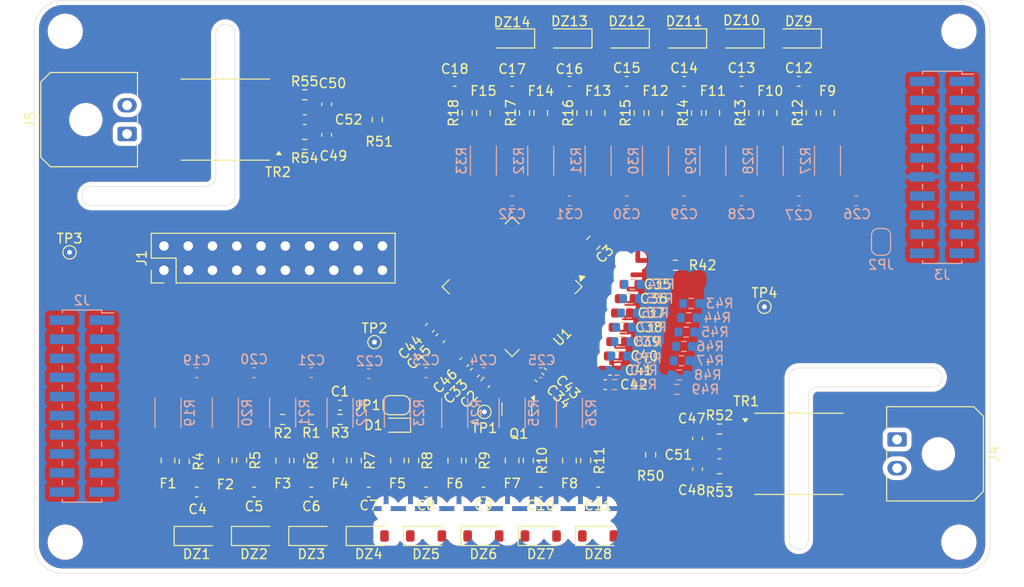
<source format=kicad_pcb>
(kicad_pcb (version 20221018) (generator pcbnew)
  (layers (0 "F.Cu" signal) (31 "B.Cu" signal) (34 "B.Paste" user) (35 "F.Paste" user) (36 "B.SilkS" user "B.Silkscreen") (37 "F.SilkS" user "F.Silkscreen") (38 "B.Mask" user) (39 "F.Mask" user) (44 "Edge.Cuts" user))
  (net 0 "")
  (net 1 "/VC_A0")
  (net 2 "GND1")
  (net 3 "/VC_A1")
  (net 4 "/VC_A2")
  (net 5 "/VC_A3")
  (net 6 "/VC_A4")
  (net 7 "/VC_A5")
  (net 8 "/VC_A6")
  (net 9 "/VC_A7")
  (net 10 "/VC_A8")
  (net 11 "/VC_A9")
  (net 12 "/VC_A10")
  (net 13 "/VC_A11")
  (net 14 "/VC_A12")
  (net 15 "/VC_A13")
  (net 16 "/VC_A14")
  (net 17 "/CB_A1")
  (net 18 "/CB_A0")
  (net 19 "/CB_A2")
  (net 20 "/CB_A3")
  (net 21 "/CB_A4")
  (net 22 "/CB_A5")
  (net 23 "/CB_A6")
  (net 24 "/CB_A7")
  (net 25 "/CB_A8")
  (net 26 "/CB_A9")
  (net 27 "/CB_A10")
  (net 28 "/CB_A11")
  (net 29 "/CB_A12")
  (net 30 "/CB_A13")
  (net 31 "/BAT_A")
  (net 32 "/COMHP_A")
  (net 33 "Net-(D1-A)")
  (net 34 "/LDOIN_A")
  (net 35 "/CVDD_A")
  (net 36 "/DVDD_A")
  (net 37 "/REFHP_A")
  (net 38 "/AVDD_A")
  (net 39 "/NEG5V_A")
  (net 40 "/TSREF_A")
  (net 41 "/GPIO_A1")
  (net 42 "/GPIO_A2")
  (net 43 "/GPIO_A3")
  (net 44 "/GPIO_A4")
  (net 45 "/GPIO_A5")
  (net 46 "/GPIO_A6")
  (net 47 "/GPIO_A7")
  (net 48 "/GPIO_A8")
  (net 49 "/COMLP_A")
  (net 50 "/COMLN_A")
  (net 51 "/COMHN_A")
  (net 52 "Net-(C51-Pad1)")
  (net 53 "/CELL_A14")
  (net 54 "Net-(C52-Pad1)")
  (net 56 "/CELL_A13")
  (net 57 "/CELL_A12")
  (net 59 "/CELL_A11")
  (net 60 "/CELL_A10")
  (net 63 "/CELL_A9")
  (net 64 "/CELL_A8")
  (net 67 "/CELL_A7")
  (net 68 "/CELL_A6")
  (net 72 "/CELL_A5")
  (net 75 "/CELL_A4")
  (net 76 "/CELL_A3")
  (net 79 "/CELL_A2")
  (net 80 "/CELL_A1")
  (net 83 "/RX_A")
  (net 86 "/TX_A")
  (net 91 "/TH_A1")
  (net 92 "/TH_A2")
  (net 93 "/TH_A3")
  (net 94 "/TH_A4")
  (net 95 "/TH_A5")
  (net 96 "/TH_A6")
  (net 97 "/TH_A7")
  (net 98 "/TH_A8")
  (net 100 "Net-(J4-Pin_1)")
  (net 101 "Net-(J4-Pin_2)")
  (net 102 "Net-(J5-Pin_1)")
  (net 103 "Net-(J5-Pin_2)")
  (net 104 "/NPNB_A")
  (net 106 "Net-(R1-Pad2)")
  (net 107 "Net-(R52-Pad2)")
  (net 108 "Net-(R53-Pad2)")
  (net 109 "Net-(R54-Pad2)")
  (net 114 "/C_AB9")
  (net 119 "Net-(F1-Pad2)")
  (net 120 "Net-(F2-Pad2)")
  (net 121 "Net-(F3-Pad2)")
  (net 122 "Net-(F4-Pad2)")
  (net 123 "Net-(F5-Pad2)")
  (net 124 "Net-(F6-Pad2)")
  (net 125 "Net-(F7-Pad2)")
  (net 126 "Net-(F8-Pad2)")
  (net 127 "Net-(F9-Pad2)")
  (net 128 "Net-(F10-Pad2)")
  (net 129 "Net-(F11-Pad2)")
  (net 130 "Net-(F12-Pad2)")
  (net 131 "Net-(F13-Pad2)")
  (net 132 "Net-(F14-Pad2)")
  (net 133 "Net-(F15-Pad2)")
  (net 134 "Net-(D1-K)")
  (net 135 "Net-(R55-Pad2)")
  (footprint "Resistor_SMD:R_0603_1608Metric" (layer "F.Cu") (at 139.7 108.2 -90)
    (fp_text reference "R8" (at 0 -1.43 90) (layer "F.SilkS"))
    (fp_text value "100R")
    (pad "1" smd roundrect (at -0.825 0 270) (size 0.8 0.95) (layers "F.Cu" "F.Paste" "F.Mask") (net 123 "Net-(F5-Pad2)"))
    (pad "2" smd roundrect (at 0.825 0 270) (size 0.8 0.95) (layers "F.Cu" "F.Paste" "F.Mask") (net 12 "/VC_A10"))
  )
  (footprint "Resistor_SMD:R_0603_1608Metric" (layer "F.Cu") (at 128.3 69.9 180)
    (fp_text reference "R55" (at 0 1.4) (layer "F.SilkS"))
    (fp_text value "49R")
    (pad "1" smd roundrect (at -0.825 0 180) (size 0.8 0.95) (layers "F.Cu" "F.Paste" "F.Mask") (net 50 "/COMLN_A"))
    (pad "2" smd roundrect (at 0.825 0 180) (size 0.8 0.95) (layers "F.Cu" "F.Paste" "F.Mask") (net 135 "Net-(R55-Pad2)"))
  )
  (footprint "Resistor_SMD:R_0603_1608Metric" (layer "F.Cu") (at 133.7 108.2 -90)
    (fp_text reference "R7" (at 0 -1.43 90) (layer "F.SilkS"))
    (fp_text value "100R")
    (pad "1" smd roundrect (at -0.825 0 270) (size 0.8 0.95) (layers "F.Cu" "F.Paste" "F.Mask") (net 122 "Net-(F4-Pad2)"))
    (pad "2" smd roundrect (at 0.825 0 270) (size 0.8 0.95) (layers "F.Cu" "F.Paste" "F.Mask") (net 13 "/VC_A11"))
  )
  (footprint "Resistor_SMD:R_0603_1608Metric" (layer "F.Cu") (at 132 103.9)
    (fp_text reference "R3" (at 0 1.4) (layer "F.SilkS"))
    (fp_text value "100R")
    (pad "1" smd roundrect (at -0.825 0) (size 0.8 0.95) (layers "F.Cu" "F.Paste" "F.Mask") (net 106 "Net-(R1-Pad2)"))
    (pad "2" smd roundrect (at 0.825 0) (size 0.8 0.95) (layers "F.Cu" "F.Paste" "F.Mask") (net 33 "Net-(D1-A)"))
  )
  (footprint "Diode_SMD:D_SOD-123" (layer "F.Cu") (at 150 64 180)
    (fp_text reference "DZ14" (at 0 1.7) (layer "F.SilkS"))
    (fp_text value "MMSZ5232")
    (pad "1" smd roundrect (at -1.65 0 180) (size 0.9 1.2) (layers "F.Cu" "F.Paste" "F.Mask") (net 80 "/CELL_A1"))
    (pad "2" smd roundrect (at 1.65 0 180) (size 0.9 1.2) (layers "F.Cu" "F.Paste" "F.Mask") (net 2 "GND1"))
  )
  (footprint "Diode_SMD:D_SOD-123" (layer "F.Cu") (at 180 64 180)
    (fp_text reference "DZ9" (at 0 1.8) (layer "F.SilkS"))
    (fp_text value "MMSZ5232")
    (pad "1" smd roundrect (at -1.65 0 180) (size 0.9 1.2) (layers "F.Cu" "F.Paste" "F.Mask") (net 68 "/CELL_A6"))
    (pad "2" smd roundrect (at 1.65 0 180) (size 0.9 1.2) (layers "F.Cu" "F.Paste" "F.Mask") (net 72 "/CELL_A5"))
  )
  (footprint "Capacitor_SMD:C_0603_1608Metric" (layer "F.Cu") (at 129 111.5)
    (fp_text reference "C6" (at 0 1.5) (layer "F.SilkS"))
    (fp_text value "470n")
    (pad "1" smd roundrect (at -0.775 0) (size 0.9 0.95) (layers "F.Cu" "F.Paste" "F.Mask") (net 14 "/VC_A12"))
    (pad "2" smd roundrect (at 0.775 0) (size 0.9 0.95) (layers "F.Cu" "F.Paste" "F.Mask") (net 13 "/VC_A11"))
  )
  (footprint "Diode_SMD:D_SOD-123" (layer "F.Cu") (at 156 64 180)
    (fp_text reference "DZ13" (at 0 1.8) (layer "F.SilkS"))
    (fp_text value "MMSZ5232")
    (pad "1" smd roundrect (at -1.65 0 180) (size 0.9 1.2) (layers "F.Cu" "F.Paste" "F.Mask") (net 79 "/CELL_A2"))
    (pad "2" smd roundrect (at 1.65 0 180) (size 0.9 1.2) (layers "F.Cu" "F.Paste" "F.Mask") (net 80 "/CELL_A1"))
  )
  (footprint "Fuse:Fuse_0805_2012Metric" (layer "F.Cu") (at 120 108.2 90)
    (fp_text reference "F2" (at -2.5 0 180) (layer "F.SilkS"))
    (fp_text value "0.5A Fuse")
    (pad "1" smd roundrect (at -0.9375 0 90) (size 0.975 1.4) (layers "F.Cu" "F.Paste" "F.Mask") (net 56 "/CELL_A13"))
    (pad "2" smd roundrect (at 0.9375 0 90) (size 0.975 1.4) (layers "F.Cu" "F.Paste" "F.Mask") (net 120 "Net-(F2-Pad2)"))
  )
  (footprint "Capacitor_SMD:C_0603_1608Metric" (layer "F.Cu") (at 161.575 92.75)
    (fp_text reference "C37" (at 3 0) (layer "F.SilkS"))
    (fp_text value "100n")
    (pad "1" smd roundrect (at -0.775 0) (size 0.9 0.95) (layers "F.Cu" "F.Paste" "F.Mask") (net 43 "/GPIO_A3"))
    (pad "2" smd roundrect (at 0.775 0) (size 0.9 0.95) (layers "F.Cu" "F.Paste" "F.Mask") (net 2 "GND1"))
  )
  (footprint "Resistor_SMD:R_0603_1608Metric" (layer "F.Cu") (at 169.3 71.8 90)
    (fp_text reference "R14" (at 0 -1.43 90) (layer "F.SilkS"))
    (fp_text value "100R")
    (pad "1" smd roundrect (at -0.825 0 90) (size 0.8 0.95) (layers "F.Cu" "F.Paste" "F.Mask") (net 129 "Net-(F11-Pad2)"))
    (pad "2" smd roundrect (at 0.825 0 90) (size 0.8 0.95) (layers "F.Cu" "F.Paste" "F.Mask") (net 6 "/VC_A4"))
  )
  (footprint "Resistor_SMD:R_0603_1608Metric" (layer "F.Cu") (at 115.7 108.3 -90)
    (fp_text reference "R4" (at 0 -1.5 -90) (layer "F.SilkS"))
    (fp_text value "100R")
    (pad "1" smd roundrect (at -0.825 0 270) (size 0.8 0.95) (layers "F.Cu" "F.Paste" "F.Mask") (net 119 "Net-(F1-Pad2)"))
    (pad "2" smd roundrect (at 0.825 0 270) (size 0.8 0.95) (layers "F.Cu" "F.Paste" "F.Mask") (net 16 "/VC_A14"))
  )
  (footprint "Diode_SMD:D_SOD-123" (layer "F.Cu") (at 153 116.1)
    (fp_text reference "DZ7" (at 0 1.9) (layer "F.SilkS"))
    (fp_text value "MMSZ5232")
    (pad "1" smd roundrect (at -1.65 0) (size 0.9 1.2) (layers "F.Cu" "F.Paste" "F.Mask") (net 64 "/CELL_A8"))
    (pad "2" smd roundrect (at 1.65 0) (size 0.9 1.2) (layers "F.Cu" "F.Paste" "F.Mask") (net 67 "/CELL_A7"))
  )
  (footprint "Capacitor_SMD:C_0603_1608Metric" (layer "F.Cu") (at 160.825 97.25)
    (fp_text reference "C40" (at 3 0) (layer "F.SilkS"))
    (fp_text value "100n")
    (pad "1" smd roundrect (at -0.775 0) (size 0.9 0.95) (layers "F.Cu" "F.Paste" "F.Mask") (net 46 "/GPIO_A6"))
    (pad "2" smd roundrect (at 0.775 0) (size 0.9 0.95) (layers "F.Cu" "F.Paste" "F.Mask") (net 2 "GND1"))
  )
  (footprint "Package_QFP:HTQFP-64-1EP_10x10mm_P0.5mm_EP8x8mm" (layer "F.Cu") (at 150 90 -135)
    (fp_text reference "U1" (at 0 -7.45 45) (layer "F.SilkS"))
    (fp_text value "~")
    (pad "1" smd rect (at -5.7 -3.75 225) (size 1.5 0.3) (layers "F.Cu" "F.Paste" "F.Mask") (net 31 "/BAT_A"))
    (pad "2" smd rect (at -5.7 -3.25 225) (size 1.5 0.3) (layers "F.Cu" "F.Paste" "F.Mask") (net 31 "/BAT_A"))
    (pad "3" smd rect (at -5.7 -2.75 225) (size 1.5 0.3) (layers "F.Cu" "F.Paste" "F.Mask"))
    (pad "4" smd rect (at -5.7 -2.25 225) (size 1.5 0.3) (layers "F.Cu" "F.Paste" "F.Mask") (net 31 "/BAT_A"))
    (pad "5" smd rect (at -5.7 -1.75 225) (size 1.5 0.3) (layers "F.Cu" "F.Paste" "F.Mask"))
    (pad "6" smd rect (at -5.7 -1.25 225) (size 1.5 0.3) (layers "F.Cu" "F.Paste" "F.Mask") (net 31 "/BAT_A"))
    (pad "7" smd rect (at -5.7 -0.75 225) (size 1.5 0.3) (layers "F.Cu" "F.Paste" "F.Mask") (net 16 "/VC_A14"))
    (pad "8" smd rect (at -5.7 -0.25 225) (size 1.5 0.3) (layers "F.Cu" "F.Paste" "F.Mask") (net 30 "/CB_A13"))
    (pad "9" smd rect (at -5.7 0.25 225) (size 1.5 0.3) (layers "F.Cu" "F.Paste" "F.Mask") (net 15 "/VC_A13"))
    (pad "10" smd rect (at -5.7 0.75 225) (size 1.5 0.3) (layers "F.Cu" "F.Paste" "F.Mask") (net 29 "/CB_A12"))
    (pad "11" smd rect (at -5.7 1.25 225) (size 1.5 0.3) (layers "F.Cu" "F.Paste" "F.Mask") (net 14 "/VC_A12"))
    (pad "12" smd rect (at -5.7 1.75 225) (size 1.5 0.3) (layers "F.Cu" "F.Paste" "F.Mask") (net 28 "/CB_A11"))
    (pad "13" smd rect (at -5.7 2.25 225) (size 1.5 0.3) (layers "F.Cu" "F.Paste" "F.Mask") (net 13 "/VC_A11"))
    (pad "14" smd rect (at -5.7 2.75 225) (size 1.5 0.3) (layers "F.Cu" "F.Paste" "F.Mask") (net 27 "/CB_A10"))
    (pad "15" smd rect (at -5.7 3.25 225) (size 1.5 0.3) (layers "F.Cu" "F.Paste" "F.Mask") (net 12 "/VC_A10"))
    (pad "16" smd rect (at -5.7 3.75 225) (size 1.5 0.3) (layers "F.Cu" "F.Paste" "F.Mask") (net 114 "/C_AB9"))
    (pad "17" smd rect (at -3.75 5.7 315) (size 1.5 0.3) (layers "F.Cu" "F.Paste" "F.Mask") (net 11 "/VC_A9"))
    (pad "18" smd rect (at -3.25 5.7 315) (size 1.5 0.3) (layers "F.Cu" "F.Paste" "F.Mask") (net 25 "/CB_A8"))
    (pad "19" smd rect (at -2.75 5.7 315) (size 1.5 0.3) (layers "F.Cu" "F.Paste" "F.Mask") (net 10 "/VC_A8"))
    (pad "20" smd rect (at -2.25 5.7 315) (size 1.5 0.3) (layers "F.Cu" "F.Paste" "F.Mask"))
    (pad "21" smd rect (at -1.75 5.7 315) (size 1.5 0.3) (layers "F.Cu" "F.Paste" "F.Mask") (net 9 "/VC_A7"))
    (pad "22" smd rect (at -1.25 5.7 315) (size 1.5 0.3) (layers "F.Cu" "F.Paste" "F.Mask") (net 23 "/CB_A6"))
    (pad "23" smd rect (at -0.75 5.7 315) (size 1.5 0.3) (layers "F.Cu" "F.Paste" "F.Mask") (net 8 "/VC_A6"))
    (pad "24" smd rect (at -0.25 5.7 315) (size 1.5 0.3) (layers "F.Cu" "F.Paste" "F.Mask") (net 22 "/CB_A5"))
    (pad "25" smd rect (at 0.25 5.7 315) (size 1.5 0.3) (layers "F.Cu" "F.Paste" "F.Mask") (net 7 "/VC_A5"))
    (pad "26" smd rect (at 0.75 5.7 315) (size 1.5 0.3) (layers "F.Cu" "F.Paste" "F.Mask") (net 21 "/CB_A4"))
    (pad "27" smd rect (at 1.25 5.7 315) (size 1.5 0.3) (layers "F.Cu" "F.Paste" "F.Mask") (net 6 "/VC_A4"))
    (pad "28" smd rect (at 1.75 5.7 315) (size 1.5 0.3) (layers "F.Cu" "F.Paste" "F.Mask") (net 20 "/CB_A3"))
    (pad "29" smd rect (at 2.25 5.7 315) (size 1.5 0.3) (layers "F.Cu" "F.Paste" "F.Mask") (net 5 "/VC_A3"))
    (pad "30" smd rect (at 2.75 5.7 315) (size 1.5 0.3) (layers "F.Cu" "F.Paste" "F.Mask") (net 19 "/CB_A2"))
    (pad "31" smd rect (at 3.25 5.7 315) (size 1.5 0.3) (layers "F.Cu" "F.Paste" "F.Mask") (net 4 "/VC_A2"))
    (pad "32" smd rect (at 3.75 5.7 315) (size 1.5 0.3) (layers "F.Cu" "F.Paste" "F.Mask") (net 17 "/CB_A1"))
    (pad "33" smd rect (at 5.7 3.75 225) (size 1.5 0.3) (layers "F.Cu" "F.Paste" "F.Mask") (net 3 "/VC_A1"))
    (pad "34" smd rect (at 5.7 3.25 225) (size 1.5 0.3) (layers "F.Cu" "F.Paste" "F.Mask") (net 18 "/CB_A0"))
    (pad "35" smd rect (at 5.7 2.75 225) (size 1.5 0.3) (layers "F.Cu" "F.Paste" "F.Mask") (net 1 "/VC_A0"))
    (pad "36" smd rect (at 5.7 2.25 225) (size 1.5 0.3) (layers "F.Cu" "F.Paste" "F.Mask") (net 2 "GND1"))
    (pad "37" smd rect (at 5.7 1.75 225) (size 1.5 0.3) (layers "F.Cu" "F.Paste" "F.Mask") (net 37 "/REFHP_A"))
    (pad "38" smd rect (at 5.7 1.25 225) (size 1.5 0.3) (layers "F.Cu" "F.Paste" "F.Mask") (net 38 "/AVDD_A"))
    (pad "39" smd rect (at 5.7 0.75 225) (size 1.5 0.3) (layers "F.Cu" "F.Paste" "F.Mask") (net 2 "GND1"))
    (pad "40" smd rect (at 5.7 0.25 225) (size 1.5 0.3) (layers "F.Cu" "F.Paste" "F.Mask") (net 49 "/COMLP_A"))
    (pad "41" smd rect (at 5.7 -0.25 225) (size 1.5 0.3) (layers "F.Cu" "F.Paste" "F.Mask") (net 50 "/COMLN_A"))
    (pad "42" smd rect (at 5.7 -0.75 225) (size 1.5 0.3) (layers "F.Cu" "F.Paste" "F.Mask") (net 51 "/COMHN_A"))
    (pad "43" smd rect (at 5.7 -1.25 225) (size 1.5 0.3) (layers "F.Cu" "F.Paste" "F.Mask") (net 32 "/COMHP_A"))
    (pad "44" smd rect (at 5.7 -1.75 225) (size 1.5 0.3) (layers "F.Cu" "F.Paste" "F.Mask") (net 39 "/NEG5V_A"))
    (pad "45" smd rect (at 5.7 -2.25 225) (size 1.5 0.3) (layers "F.Cu" "F.Paste" "F.Mask") (net 35 "/CVDD_A"))
    (pad "46" smd rect (at 5.7 -2.75 225) (size 1.5 0.3) (layers "F.Cu" "F.Paste" "F.Mask") (net 2 "GND1"))
    (pad "47" smd rect (at 5.7 -3.25 225) (size 1.5 0.3) (layers "F.Cu" "F.Paste" "F.Mask") (net 34 "/LDOIN_A"))
    (pad "48" smd rect (at 5.7 -3.75 225) (size 1.5 0.3) (layers "F.Cu" "F.Paste" "F.Mask") (net 104 "/NPNB_A"))
    (pad "49" smd rect (at 3.75 -5.7 315) (size 1.5 0.3) (layers "F.Cu" "F.Paste" "F.Mask") (net 36 "/DVDD_A"))
    (pad "50" smd rect (at 3.25 -5.7 315) (size 1.5 0.3) (layers "F.Cu" "F.Paste" "F.Mask") (net 2 "GND1"))
    (pad "51" smd rect (at 2.75 -5.7 315) (size 1.5 0.3) (layers "F.Cu" "F.Paste" "F.Mask") (net 40 "/TSREF_A"))
    (pad "52" smd rect (at 2.25 -5.7 315) (size 1.5 0.3) (layers "F.Cu" "F.Paste" "F.Mask") (net 83 "/RX_A"))
    (pad "53" smd rect (at 1.75 -5.7 315) (size 1.5 0.3) (layers "F.Cu" "F.Paste" "F.Mask") (net 86 "/TX_A"))
    (pad "54" smd rect (at 1.25 -5.7 315) (size 1.5 0.3) (layers "F.Cu" "F.Paste" "F.Mask") (net 48 "/GPIO_A8"))
    (pad "55" smd rect (at 0.75 -5.7 315) (size 1.5 0.3) (layers "F.Cu" "F.Paste" "F.Mask") (net 47 "/GPIO_A7"))
    (pad "56" smd rect (at 0.25 -5.7 315) (size 1.5 0.3) (layers "F.Cu" "F.Paste" "F.Mask") (net 46 "/GPIO_A6"))
    (pad "57" smd rect (at -0.25 -5.7 315) (size 1.5 0.3) (layers "F.Cu" "F.Paste" "F.Mask") (net 45 "/GPIO_A5"))
    (pad "58" smd rect (at -0.75 -5.7 315) (size 1.5 0.3) (layers "F.Cu" "F.Paste" "F.Mask") (net 44 "/GPIO_A4"))
    (pad "59" smd rect (at -1.25 -5.7 315) (size 1.5 0.3) (layers "F.Cu" "F.Paste" "F.Mask") (net 43 "/GPIO_A3"))
    (pad "60" smd rect (at -1.75 -5.7 315) (size 1.5 0.3) (layers "F.Cu" "F.Paste" "F.Mask") (net 42 "/GPIO_A2"))
    (pad "61" smd rect (at -2.25 -5.7 315) (size 1.5 0.3) (layers "F.Cu" "F.Paste" "F.Mask") (net 41 "/GPIO_A1"))
    (pad "62" smd rect (at -2.75 -5.7 315) (size 1.5 0.3) (layers "F.Cu" "F.Paste" "F.Mask"))
    (pad "63" smd rect (at -3.25 -5.7 315) (size 1.5 0.3) (layers "F.Cu" "F.Paste" "F.Mask"))
    (pad "64" smd rect (at -3.75 -5.7 315) (size 1.5 0.3) (layers "F.Cu" "F.Paste" "F.Mask"))
    (pad "65" smd rect (at 0 0 45) (size 8 8) (layers "F.Cu" "F.Mask"))
  )
  (footprint "Resistor_SMD:R_0603_1608Metric" (layer "F.Cu") (at 151.3 71.8 90)
    (fp_text reference "R17" (at 0 -1.43 90) (layer "F.SilkS"))
    (fp_text value "100R")
    (pad "1" smd roundrect (at -0.825 0 90) (size 0.8 0.95) (layers "F.Cu" "F.Paste" "F.Mask") (net 132 "Net-(F14-Pad2)"))
    (pad "2" smd roundrect (at 0.825 0 90) (size 0.8 0.95) (layers "F.Cu" "F.Paste" "F.Mask") (net 3 "/VC_A1"))
  )
  (footprint "Diode_SMD:D_SOD-123" (layer "F.Cu") (at 168 64 180)
    (fp_text reference "DZ11" (at 0 1.8) (layer "F.SilkS"))
    (fp_text value "MMSZ5232")
    (pad "1" smd roundrect (at -1.65 0 180) (size 0.9 1.2) (layers "F.Cu" "F.Paste" "F.Mask") (net 75 "/CELL_A4"))
    (pad "2" smd roundrect (at 1.65 0 180) (size 0.9 1.2) (layers "F.Cu" "F.Paste" "F.Mask") (net 76 "/CELL_A3"))
  )
  (footprint "Capacitor_SMD:C_0603_1608Metric" (layer "F.Cu") (at 144 68.5 180)
    (fp_text reference "C18" (at 0 1.3) (layer "F.SilkS"))
    (fp_text value "470n")
    (pad "1" smd roundrect (at -0.775 0 180) (size 0.9 0.95) (layers "F.Cu" "F.Paste" "F.Mask") (net 1 "/VC_A0"))
    (pad "2" smd roundrect (at 0.775 0 180) (size 0.9 0.95) (layers "F.Cu" "F.Paste" "F.Mask") (net 2 "GND1"))
  )
  (footprint "TestPoint:TestPoint_THTPad_D1.0mm_Drill0.5mm" (layer "F.Cu") (at 176.4 92.1)
    (fp_text reference "TP4" (at 0 -1.448) (layer "F.SilkS"))
    (fp_text value "TP_TSREF")
    (pad "1" thru_hole circle (at 0 0) (size 1 1) (drill 0.5) (layers "*.Cu" "*.Mask") (net 40 "/TSREF_A"))
  )
  (footprint "Resistor_SMD:R_0603_1608Metric" (layer "F.Cu") (at 128.3 75.1 180)
    (fp_text reference "R54" (at 0 -1.43) (layer "F.SilkS"))
    (fp_text value "49R")
    (pad "1" smd roundrect (at -0.825 0 180) (size 0.8 0.95) (layers "F.Cu" "F.Paste" "F.Mask") (net 49 "/COMLP_A"))
    (pad "2" smd roundrect (at 0.825 0 180) (size 0.8 0.95) (layers "F.Cu" "F.Paste" "F.Mask") (net 109 "Net-(R54-Pad2)"))
  )
  (footprint "Capacitor_SMD:C_0603_1608Metric" (layer "F.Cu") (at 147 111.5)
    (fp_text reference "C9" (at 0 1.4) (layer "F.SilkS"))
    (fp_text value "470n")
    (pad "1" smd roundrect (at -0.775 0) (size 0.9 0.95) (layers "F.Cu" "F.Paste" "F.Mask") (net 11 "/VC_A9"))
    (pad "2" smd roundrect (at 0.775 0) (size 0.9 0.95) (layers "F.Cu" "F.Paste" "F.Mask") (net 10 "/VC_A8"))
  )
  (footprint "Capacitor_SMD:C_0603_1608Metric" (layer "F.Cu") (at 153 111.5)
    (fp_text reference "C10" (at 0 1.4) (layer "F.SilkS"))
    (fp_text value "470n")
    (pad "1" smd roundrect (at -0.775 0) (size 0.9 0.95) (layers "F.Cu" "F.Paste" "F.Mask") (net 10 "/VC_A8"))
    (pad "2" smd roundrect (at 0.775 0) (size 0.9 0.95) (layers "F.Cu" "F.Paste" "F.Mask") (net 9 "/VC_A7"))
  )
  (footprint "Capacitor_SMD:C_0603_1608Metric" (layer "F.Cu") (at 146.1 99 -135)
    (fp_text reference "C33" (at 2.828427 0 45) (layer "F.SilkS"))
    (fp_text value "4.7u")
    (pad "1" smd roundrect (at -0.775 0 225) (size 0.9 0.95) (layers "F.Cu" "F.Paste" "F.Mask") (net 35 "/CVDD_A"))
    (pad "2" smd roundrect (at 0.775 0 225) (size 0.9 0.95) (layers "F.Cu" "F.Paste" "F.Mask") (net 2 "GND1"))
  )
  (footprint "Fuse:Fuse_0805_2012Metric" (layer "F.Cu") (at 150 108.2 90)
    (fp_text reference "F7" (at -2.4 0 180) (layer "F.SilkS"))
    (fp_text value "0.5A Fuse")
    (pad "1" smd roundrect (at -0.9375 0 90) (size 0.975 1.4) (layers "F.Cu" "F.Paste" "F.Mask") (net 64 "/CELL_A8"))
    (pad "2" smd roundrect (at 0.9375 0 90) (size 0.975 1.4) (layers "F.Cu" "F.Paste" "F.Mask") (net 125 "Net-(F7-Pad2)"))
  )
  (footprint "Fuse:Fuse_0805_2012Metric" (layer "F.Cu") (at 138 108.2 90)
    (fp_text reference "F5" (at -2.4 0 180) (layer "F.SilkS"))
    (fp_text value "0.5A Fuse")
    (pad "1" smd roundrect (at -0.9375 0 90) (size 0.975 1.4) (layers "F.Cu" "F.Paste" "F.Mask") (net 60 "/CELL_A10"))
    (pad "2" smd roundrect (at 0.9375 0 90) (size 0.975 1.4) (layers "F.Cu" "F.Paste" "F.Mask") (net 123 "Net-(F5-Pad2)"))
  )
  (footprint "Resistor_SMD:R_0603_1608Metric" (layer "F.Cu") (at 157.7 108.2 -90)
    (fp_text reference "R11" (at 0 -1.43 90) (layer "F.SilkS"))
    (fp_text value "100R")
    (pad "1" smd roundrect (at -0.825 0 270) (size 0.8 0.95) (layers "F.Cu" "F.Paste" "F.Mask") (net 126 "Net-(F8-Pad2)"))
    (pad "2" smd roundrect (at 0.825 0 270) (size 0.8 0.95) (layers "F.Cu" "F.Paste" "F.Mask") (net 9 "/VC_A7"))
  )
  (footprint "Resistor_SMD:R_0603_1608Metric" (layer "F.Cu") (at 167.1 87.75 180)
    (fp_text reference "R42" (at -2.825 0) (layer "F.SilkS"))
    (fp_text value "10k")
    (pad "1" smd roundrect (at -0.825 0 180) (size 0.8 0.95) (layers "F.Cu" "F.Paste" "F.Mask") (net 40 "/TSREF_A"))
    (pad "2" smd roundrect (at 0.825 0 180) (size 0.8 0.95) (layers "F.Cu" "F.Paste" "F.Mask") (net 91 "/TH_A1"))
  )
  (footprint "Capacitor_SMD:C_0603_1608Metric" (layer "F.Cu") (at 159 111.5)
    (fp_text reference "C11" (at 0 1.4) (layer "F.SilkS"))
    (fp_text value "470n")
    (pad "1" smd roundrect (at -0.775 0) (size 0.9 0.95) (layers "F.Cu" "F.Paste" "F.Mask") (net 9 "/VC_A7"))
    (pad "2" smd roundrect (at 0.775 0) (size 0.9 0.95) (layers "F.Cu" "F.Paste" "F.Mask") (net 8 "/VC_A6"))
  )
  (footprint "Resistor_SMD:R_0603_1608Metric" (layer "F.Cu") (at 171.7 110.1)
    (fp_text reference "R53" (at 0 1.4) (layer "F.SilkS"))
    (fp_text value "49R")
    (pad "1" smd roundrect (at -0.825 0) (size 0.8 0.95) (layers "F.Cu" "F.Paste" "F.Mask") (net 51 "/COMHN_A"))
    (pad "2" smd roundrect (at 0.825 0) (size 0.8 0.95) (layers "F.Cu" "F.Paste" "F.Mask") (net 108 "Net-(R53-Pad2)"))
  )
  (footprint "LED_SMD:LED_0603_1608Metric" (layer "F.Cu") (at 137.9 104.5 180)
    (fp_text reference "D1" (at 2.4 0) (layer "F.SilkS"))
    (fp_text value "LED_PWR")
    (pad "1" smd roundrect (at -0.7875 0 180) (size 0.875 0.95) (layers "F.Cu" "F.Paste" "F.Mask") (net 134 "Net-(D1-K)"))
    (pad "2" smd roundrect (at 0.7875 0 180) (size 0.875 0.95) (layers "F.Cu" "F.Paste" "F.Mask") (net 33 "Net-(D1-A)"))
  )
  (footprint "Fuse:Fuse_0805_2012Metric" (layer "F.Cu") (at 147 71.8 -90)
    (fp_text reference "F15" (at -2.3 0 -180) (layer "F.SilkS"))
    (fp_text value "0.5A Fuse")
    (pad "1" smd roundrect (at -0.9375 0 270) (size 0.975 1.4) (layers "F.Cu" "F.Paste" "F.Mask") (net 2 "GND1"))
    (pad "2" smd roundrect (at 0.9375 0 270) (size 0.975 1.4) (layers "F.Cu" "F.Paste" "F.Mask") (net 133 "Net-(F15-Pad2)"))
  )
  (footprint "Capacitor_SMD:C_0603_1608Metric" (layer "F.Cu") (at 156 68.5 180)
    (fp_text reference "C16" (at 0 1.3) (layer "F.SilkS"))
    (fp_text value "470n")
    (pad "1" smd roundrect (at -0.775 0 180) (size 0.9 0.95) (layers "F.Cu" "F.Paste" "F.Mask") (net 4 "/VC_A2"))
    (pad "2" smd roundrect (at 0.775 0 180) (size 0.9 0.95) (layers "F.Cu" "F.Paste" "F.Mask") (net 3 "/VC_A1"))
  )
  (footprint "Diode_SMD:D_SOD-123" (layer "F.Cu") (at 129 116.1)
    (fp_text reference "DZ3" (at 0 1.9) (layer "F.SilkS"))
    (fp_text value "MMSZ5232")
    (pad "1" smd roundrect (at -1.65 0) (size 0.9 1.2) (layers "F.Cu" "F.Paste" "F.Mask") (net 57 "/CELL_A12"))
    (pad "2" smd roundrect (at 1.65 0) (size 0.9 1.2) (layers "F.Cu" "F.Paste" "F.Mask") (net 59 "/CELL_A11"))
  )
  (footprint "Capacitor_SMD:C_0603_1608Metric" (layer "F.Cu") (at 147.2 100.1 45)
    (fp_text reference "C2" (at -2.404163 0 45) (layer "F.SilkS"))
    (fp_text value "100n")
    (pad "1" smd roundrect (at -0.775 0 45) (size 0.9 0.95) (layers "F.Cu" "F.Paste" "F.Mask") (net 2 "GND1"))
    (pad "2" smd roundrect (at 0.775 0 45) (size 0.9 0.95) (layers "F.Cu" "F.Paste" "F.Mask") (net 34 "/LDOIN_A"))
  )
  (footprint "Resistor_SMD:R_0603_1608Metric" (layer "F.Cu") (at 127.7 108.2 -90)
    (fp_text reference "R6" (at 0 -1.43 90) (layer "F.SilkS"))
    (fp_text value "100R")
    (pad "1" smd roundrect (at -0.825 0 270) (size 0.8 0.95) (layers "F.Cu" "F.Paste" "F.Mask") (net 121 "Net-(F3-Pad2)"))
    (pad "2" smd roundrect (at 0.825 0 270) (size 0.8 0.95) (layers "F.Cu" "F.Paste" "F.Mask") (net 14 "/VC_A12"))
  )
  (footprint "Diode_SMD:D_SOD-123" (layer "F.Cu") (at 141 116.1)
    (fp_text reference "DZ5" (at 0 1.9) (layer "F.SilkS"))
    (fp_text value "MMSZ5232")
    (pad "1" smd roundrect (at -1.65 0) (size 0.9 1.2) (layers "F.Cu" "F.Paste" "F.Mask") (net 60 "/CELL_A10"))
    (pad "2" smd roundrect (at 1.65 0) (size 0.9 1.2) (layers "F.Cu" "F.Paste" "F.Mask") (net 63 "/CELL_A9"))
  )
  (footprint "Capacitor_SMD:C_0603_1608Metric" (layer "F.Cu") (at 174 68.5 180)
    (fp_text reference "C13" (at 0 1.4) (layer "F.SilkS"))
    (fp_text value "470n")
    (pad "1" smd roundrect (at -0.775 0 180) (size 0.9 0.95) (layers "F.Cu" "F.Paste" "F.Mask") (net 7 "/VC_A5"))
    (pad "2" smd roundrect (at 0.775 0 180) (size 0.9 0.95) (layers "F.Cu" "F.Paste" "F.Mask") (net 6 "/VC_A4"))
  )
  (footprint "Capacitor_SMD:C_0603_1608Metric" (layer "F.Cu") (at 128.3 72.5)
    (fp_text reference "C52" (at 4.6 0) (layer "F.SilkS"))
    (fp_text value "100p")
    (pad "1" smd roundrect (at -0.775 0) (size 0.9 0.95) (layers "F.Cu" "F.Paste" "F.Mask") (net 54 "Net-(C52-Pad1)"))
    (pad "2" smd roundrect (at 0.775 0) (size 0.9 0.95) (layers "F.Cu" "F.Paste" "F.Mask") (net 2 "GND1"))
  )
  (footprint "Connector_Molex:Molex_Micro-Fit_3.0_43650-0200_1x02_P3.00mm_Horizontal" (layer "F.Cu") (at 109.72 74 90)
    (fp_text reference "J5" (at 1.5 -10.12 90) (layer "F.SilkS"))
    (fp_text value "BMS_A_IN")
    (pad "" np_thru_hole circle (at 1.5 -4.32 90) (size 3 3) (drill 3) (layers "*.Cu" "*.Mask"))
    (pad "1" thru_hole roundrect (at 0 0 90) (size 1.5 2.02) (drill 1.02) (layers "*.Cu" "*.Mask") (roundrect_rratio 0.166667) (net 102 "Net-(J5-Pin_1)"))
    (pad "2" thru_hole oval (at 3 0 90) (size 1.5 2.02) (drill 1.02) (layers "*.Cu" "*.Mask") (net 103 "Net-(J5-Pin_2)"))
  )
  (footprint "Capacitor_SMD:C_0603_1608Metric" (layer "F.Cu") (at 161.975 91.25)
    (fp_text reference "C36" (at 2.85 0) (layer "F.SilkS"))
    (fp_text value "100n")
    (pad "1" smd roundrect (at -0.775 0) (size 0.9 0.95) (layers "F.Cu" "F.Paste" "F.Mask") (net 42 "/GPIO_A2"))
    (pad "2" smd roundrect (at 0.775 0) (size 0.9 0.95) (layers "F.Cu" "F.Paste" "F.Mask") (net 2 "GND1"))
  )
  (footprint "Capacitor_SMD:C_0603_1608Metric" (layer "F.Cu") (at 171.7 107.5 180)
    (fp_text reference "C51" (at 4.3 -0.1) (layer "F.SilkS"))
    (fp_text value "100p")
    (pad "1" smd roundrect (at -0.775 0 180) (size 0.9 0.95) (layers "F.Cu" "F.Paste" "F.Mask") (net 52 "Net-(C51-Pad1)"))
    (pad "2" smd roundrect (at 0.775 0 180) (size 0.9 0.95) (layers "F.Cu" "F.Paste" "F.Mask") (net 2 "GND1"))
  )
  (footprint "Connector_PinHeader_2.54mm:PinHeader_2x10_P2.54mm_Vertical" (layer "F.Cu") (at 113.575 88.275 90)
    (fp_text reference "J1" (at 1.27 -2.33 90) (layer "F.SilkS"))
    (fp_text value "Conn_Therm")
    (pad "1" thru_hole rect (at 0 0 90) (size 1.7 1.7) (drill 1) (layers "*.Cu" "*.Mask"))
    (pad "2" thru_hole oval (at 2.54 0 90) (size 1.7 1.7) (drill 1) (layers "*.Cu" "*.Mask") (net 2 "GND1"))
    (pad "3" thru_hole oval (at 0 2.54 90) (size 1.7 1.7) (drill 1) (layers "*.Cu" "*.Mask") (net 91 "/TH_A1"))
    (pad "4" thru_hole oval (at 2.54 2.54 90) (size 1.7 1.7) (drill 1) (layers "*.Cu" "*.Mask") (net 2 "GND1"))
    (pad "5" thru_hole oval (at 0 5.08 90) (size 1.7 1.7) (drill 1) (layers "*.Cu" "*.Mask") (net 92 "/TH_A2"))
    (pad "6" thru_hole oval (at 2.54 5.08 90) (size 1.7 1.7) (drill 1) (layers "*.Cu" "*.Mask") (net 2 "GND1"))
    (pad "7" thru_hole oval (at 0 7.62 90) (size 1.7 1.7) (drill 1) (layers "*.Cu" "*.Mask") (net 93 "/TH_A3"))
    (pad "8" thru_hole oval (at 2.54 7.62 90) (size 1.7 1.7) (drill 1) (layers "*.Cu" "*.Mask") (net 2 "GND1"))
    (pad "9" thru_hole oval (at 0 10.16 90) (size 1.7 1.7) (drill 1) (layers "*.Cu" "*.Mask") (net 94 "/TH_A4"))
    (pad "10" thru_hole oval (at 2.54 10.16 90) (size 1.7 1.7) (drill 1) (layers "*.Cu" "*.Mask") (net 2 "GND1"))
    (pad "11" thru_hole oval (at 0 12.7 90) (size 1.7 1.7) (drill 1) (layers "*.Cu" "*.Mask") (net 95 "/TH_A5"))
    (pad "12" thru_hole oval (at 2.54 12.7 90) (size 1.7 1.7) (drill 1) (layers "*.Cu" "*.Mask") (net 2 "GND1"))
    (pad "13" thru_hole oval (at 0 15.24 90) (size 1.7 1.7) (drill 1) (layers "*.Cu" "*.Mask") (net 96 "/TH_A6"))
    (pad "14" thru_hole oval (at 2.54 15.24 90) (size 1.7 1.7) (drill 1) (layers "*.Cu" "*.Mask") (net 2 "GND1"))
    (pad "15" thru_hole oval (at 0 17.78 90) (size 1.7 1.7) (drill 1) (layers "*.Cu" "*.Mask") (net 97 "/TH_A7"))
    (pad "16" thru_hole oval (at 2.54 17.78 90) (size 1.7 1.7) (drill 1) (layers "*.Cu" "*.Mask") (net 2 "GND1"))
    (pad "17" thru_hole oval (at 0 20.32 90) (size 1.7 1.7) (drill 1) (layers "*.Cu" "*.Mask") (net 98 "/TH_A8"))
    (pad "18" thru_hole oval (at 2.54 20.32 90) (size 1.7 1.7) (drill 1) (layers "*.Cu" "*.Mask") (net 2 "GND1"))
    (pad "19" thru_hole oval (at 0 22.86 90) (size 1.7 1.7) (drill 1) (layers "*.Cu" "*.Mask"))
    (pad "20" thru_hole oval (at 2.54 22.86 90) (size 1.7 1.7) (drill 1) (layers "*.Cu" "*.Mask") (net 2 "GND1"))
  )
  (footprint "Fuse:Fuse_0805_2012Metric" (layer "F.Cu") (at 144 108.2 90)
    (fp_text reference "F6" (at -2.4 0 180) (layer "F.SilkS"))
    (fp_text value "0.5A Fuse")
    (pad "1" smd roundrect (at -0.9375 0 90) (size 0.975 1.4) (layers "F.Cu" "F.Paste" "F.Mask") (net 63 "/CELL_A9"))
    (pad "2" smd roundrect (at 0.9375 0 90) (size 0.975 1.4) (layers "F.Cu" "F.Paste" "F.Mask") (net 124 "Net-(F6-Pad2)"))
  )
  (footprint "Transformer_SMD:Transformer_Wuerth_750315371" (layer "F.Cu") (at 120 72.5 180)
    (fp_text reference "TR2" (at -5.5 -5.5) (layer "F.SilkS"))
    (fp_text value "Wuerth_750319696")
    (pad "1" smd rect (at -5.62 -2.54 180) (size 1.83 1.09) (layers "F.Cu" "F.Paste" "F.Mask") (net 109 "Net-(R54-Pad2)"))
    (pad "2" smd roundrect (at -5.62 0 180) (size 1.83 1.09) (layers "F.Cu" "F.Paste" "F.Mask") (roundrect_rratio 0.05) (net 54 "Net-(C52-Pad1)"))
    (pad "3" smd roundrect (at -5.62 2.54 180) (size 1.83 1.09) (layers "F.Cu" "F.Paste" "F.Mask") (roundrect_rratio 0.05) (net 135 "Net-(R55-Pad2)"))
    (pad "4" smd roundrect (at 5.62 2.54 180) (size 1.83 1.09) (layers "F.Cu" "F.Paste" "F.Mask") (roundrect_rratio 0.05) (net 103 "Net-(J5-Pin_2)"))
    (pad "5" smd roundrect (at 5.62 0 180) (size 1.83 1.09) (layers "F.Cu" "F.Paste" "F.Mask") (roundrect_rratio 0.05))
    (pad "6" smd roundrect (at 5.62 -2.54 180) (size 1.83 1.09) (layers "F.Cu" "F.Paste" "F.Mask") (roundrect_rratio 0.05) (net 102 "Net-(J5-Pin_1)"))
  )
  (footprint "Resistor_SMD:R_0603_1608Metric" (layer "F.Cu") (at 145.3 71.8 90)
    (fp_text reference "R18" (at 0 -1.43 90) (layer "F.SilkS"))
    (fp_text value "100R")
    (pad "1" smd roundrect (at -0.825 0 90) (size 0.8 0.95) (layers "F.Cu" "F.Paste" "F.Mask") (net 133 "Net-(F15-Pad2)"))
    (pad "2" smd roundrect (at 0.825 0 90) (size 0.8 0.95) (layers "F.Cu" "F.Paste" "F.Mask") (net 1 "/VC_A0"))
  )
  (footprint "Capacitor_SMD:C_0603_1608Metric" (layer "F.Cu") (at 153.85 98.25 -45)
    (fp_text reference "C43" (at 3.005204 0.176777 135) (layer "F.SilkS"))
    (fp_text value "1u")
    (pad "1" smd roundrect (at -0.775 0 315) (size 0.9 0.95) (layers "F.Cu" "F.Paste" "F.Mask") (net 40 "/TSREF_A"))
    (pad "2" smd roundrect (at 0.775 0 315) (size 0.9 0.95) (layers "F.Cu" "F.Paste" "F.Mask") (net 2 "GND1"))
  )
  (footprint "Capacitor_SMD:C_0603_1608Metric" (layer "F.Cu") (at 141.4 94.3 -135)
    (fp_text reference "C44" (at 2.896321 0 45) (layer "F.SilkS"))
    (fp_text value "1u")
    (pad "1" smd roundrect (at -0.775 0 225) (size 0.9 0.95) (layers "F.Cu" "F.Paste" "F.Mask") (net 37 "/REFHP_A"))
    (pad "2" smd roundrect (at 0.775 0 225) (size 0.9 0.95) (layers "F.Cu" "F.Paste" "F.Mask") (net 2 "GND1"))
  )
  (footprint "Fuse:Fuse_0805_2012Metric" (layer "F.Cu") (at 132 108.2 90)
    (fp_text reference "F4" (at -2.4 0 180) (layer "F.SilkS"))
    (fp_text value "0.5A Fuse")
    (pad "1" smd roundrect (at -0.9375 0 90) (size 0.975 1.4) (layers "F.Cu" "F.Paste" "F.Mask") (net 59 "/CELL_A11"))
    (pad "2" smd roundrect (at 0.9375 0 90) (size 0.975 1.4) (layers "F.Cu" "F.Paste" "F.Mask") (net 122 "Net-(F4-Pad2)"))
  )
  (footprint "Fuse:Fuse_0805_2012Metric" (layer "F.Cu") (at 171 71.8 -90)
    (fp_text reference "F11" (at -2.3 0 -180) (layer "F.SilkS"))
    (fp_text value "0.5A Fuse")
    (pad "1" smd roundrect (at -0.9375 0 270) (size 0.975 1.4) (layers "F.Cu" "F.Paste" "F.Mask") (net 75 "/CELL_A4"))
    (pad "2" smd roundrect (at 0.9375 0 270) (size 0.975 1.4) (layers "F.Cu" "F.Paste" "F.Mask") (net 129 "Net-(F11-Pad2)"))
  )
  (footprint "Capacitor_SMD:C_0603_1608Metric" (layer "F.Cu") (at 168 68.5 180)
    (fp_text reference "C14" (at 0 1.4) (layer "F.SilkS"))
    (fp_text value "470n")
    (pad "1" smd roundrect (at -0.775 0 180) (size 0.9 0.95) (layers "F.Cu" "F.Paste" "F.Mask") (net 6 "/VC_A4"))
    (pad "2" smd roundrect (at 0.775 0 180) (size 0.9 0.95) (layers "F.Cu" "F.Paste" "F.Mask") (net 5 "/VC_A3"))
  )
  (footprint "Fuse:Fuse_0805_2012Metric" (layer "F.Cu") (at 114 108.2 90)
    (fp_text reference "F1" (at -2.4 0 180) (layer "F.SilkS"))
    (fp_text value "0.5A Fuse")
    (pad "1" smd roundrect (at -0.9375 0 90) (size 0.975 1.4) (layers "F.Cu" "F.Paste" "F.Mask") (net 53 "/CELL_A14"))
    (pad "2" smd roundrect (at 0.9375 0 90) (size 0.975 1.4) (layers "F.Cu" "F.Paste" "F.Mask") (net 119 "Net-(F1-Pad2)"))
  )
  (footprint "Resistor_SMD:R_0603_1608Metric" (layer "F.Cu") (at 145.7 108.2 -90)
    (fp_text reference "R9" (at 0 -1.43 90) (layer "F.SilkS"))
    (fp_text value "100R")
    (pad "1" smd roundrect (at -0.825 0 270) (size 0.8 0.95) (layers "F.Cu" "F.Paste" "F.Mask") (net 124 "Net-(F6-Pad2)"))
    (pad "2" smd roundrect (at 0.825 0 270) (size 0.8 0.95) (layers "F.Cu" "F.Paste" "F.Mask") (net 11 "/VC_A9"))
  )
  (footprint "Capacitor_SMD:C_0603_1608Metric" (layer "F.Cu") (at 145 97.9 -135)
    (fp_text reference "C46" (at 2.828427 0 45) (layer "F.SilkS"))
    (fp_text value "100n")
    (pad "1" smd roundrect (at -0.775 0 225) (size 0.9 0.95) (layers "F.Cu" "F.Paste" "F.Mask") (net 39 "/NEG5V_A"))
    (pad "2" smd roundrect (at 0.775 0 225) (size 0.9 0.95) (layers "F.Cu" "F.Paste" "F.Mask") (net 2 "GND1"))
  )
  (footprint "Resistor_SMD:R_0603_1608Metric" (layer "F.Cu") (at 157.3 71.8 90)
    (fp_text reference "R16" (at 0 -1.43 90) (layer "F.SilkS"))
    (fp_text value "100R")
    (pad "1" smd roundrect (at -0.825 0 90) (size 0.8 0.95) (layers "F.Cu" "F.Paste" "F.Mask") (net 131 "Net-(F13-Pad2)"))
    (pad "2" smd roundrect (at 0.825 0 90) (size 0.8 0.95) (layers "F.Cu" "F.Paste" "F.Mask") (net 4 "/VC_A2"))
  )
  (footprint "Capacitor_SMD:C_0603_1608Metric" (layer "F.Cu") (at 159.75 100.25)
    (fp_text reference "C42" (at 3 0) (layer "F.SilkS"))
    (fp_text value "100n")
    (pad "1" smd roundrect (at -0.775 0) (size 0.9 0.95) (layers "F.Cu" "F.Paste" "F.Mask") (net 48 "/GPIO_A8"))
    (pad "2" smd roundrect (at 0.775 0) (size 0.9 0.95) (layers "F.Cu" "F.Paste" "F.Mask") (net 2 "GND1"))
  )
  (footprint "Diode_SMD:D_SOD-123" (layer "F.Cu") (at 174 64 180)
    (fp_text reference "DZ10" (at 0 1.9) (layer "F.SilkS"))
    (fp_text value "MMSZ5232")
    (pad "1" smd roundrect (at -1.65 0 180) (size 0.9 1.2) (layers "F.Cu" "F.Paste" "F.Mask") (net 72 "/CELL_A5"))
    (pad "2" smd roundrect (at 1.65 0 180) (size 0.9 1.2) (layers "F.Cu" "F.Paste" "F.Mask") (net 75 "/CELL_A4"))
  )
  (footprint "Capacitor_SMD:C_0603_1608Metric" (layer "F.Cu") (at 117 111.5)
    (fp_text reference "C4" (at 0.1 1.8) (layer "F.SilkS"))
    (fp_text value "470n")
    (pad "1" smd roundrect (at -0.775 0) (size 0.9 0.95) (layers "F.Cu" "F.Paste" "F.Mask") (net 16 "/VC_A14"))
    (pad "2" smd roundrect (at 0.775 0) (size 0.9 0.95) (layers "F.Cu" "F.Paste" "F.Mask") (net 15 "/VC_A13"))
  )
  (footprint "Resistor_SMD:R_0603_1608Metric" (layer "F.Cu") (at 135.9 72.5 90)
    (fp_text reference "R51" (at -2.3 0.2 180) (layer "F.SilkS"))
    (fp_text value "1k")
    (pad "1" smd roundrect (at -0.825 0 90) (size 0.8 0.95) (layers "F.Cu" "F.Paste" "F.Mask") (net 49 "/COMLP_A"))
    (pad "2" smd roundrect (at 0.825 0 90) (size 0.8 0.95) (layers "F.Cu" "F.Paste" "F.Mask") (net 50 "/COMLN_A"))
  )
  (footprint "TestPoint:TestPoint_THTPad_D1.0mm_Drill0.5mm" (layer "F.Cu") (at 103.7 86.4)
    (fp_text reference "TP3" (at 0 -1.448) (layer "F.SilkS"))
    (fp_text value "TP_GND")
    (pad "1" thru_hole circle (at 0 0) (size 1 1) (drill 0.5) (layers "*.Cu" "*.Mask") (net 2 "GND1"))
  )
  (footprint "Transformer_SMD:Transformer_Wuerth_750315371" (layer "F.Cu") (at 180 107.5)
    (fp_text reference "TR1" (at -5.5 -5.5) (layer "F.SilkS"))
    (fp_text value "Wuerth_750319696")
    (pad "1" smd rect (at -5.62 -2.54) (size 1.83 1.09) (layers "F.Cu" "F.Paste" "F.Mask") (net 107 "Net-(R52-Pad2)"))
    (pad "2" smd roundrect (at -5.62 0) (size 1.83 1.09) (layers "F.Cu" "F.Paste" "F.Mask") (roundrect_rratio 0.05) (net 52 "Net-(C51-Pad1)"))
    (pad "3" smd roundrect (at -5.62 2.54) (size 1.83 1.09) (layers "F.Cu" "F.Paste" "F.Mask") (roundrect_rratio 0.05) (net 108 "Net-(R53-Pad2)"))
    (pad "4" smd roundrect (at 5.62 2.54) (size 1.83 1.09) (layers "F.Cu" "F.Paste" "F.Mask") (roundrect_rratio 0.05) (net 101 "Net-(J4-Pin_2)"))
    (pad "5" smd roundrect (at 5.62 0) (size 1.83 1.09) (layers "F.Cu" "F.Paste" "F.Mask") (roundrect_rratio 0.05))
    (pad "6" smd roundrect (at 5.62 -2.54) (size 1.83 1.09) (layers "F.Cu" "F.Paste" "F.Mask") (roundrect_rratio 0.05) (net 100 "Net-(J4-Pin_1)"))
  )
  (footprint "Resistor_SMD:R_0603_1608Metric" (layer "F.Cu") (at 121.7 108.175 -90)
    (fp_text reference "R5" (at 0 -1.43 90) (layer "F.SilkS"))
    (fp_text value "100R")
    (pad "1" smd roundrect (at -0.825 0 270) (size 0.8 0.95) (layers "F.Cu" "F.Paste" "F.Mask") (net 120 "Net-(F2-Pad2)"))
    (pad "2" smd roundrect (at 0.825 0 270) (size 0.8 0.95) (layers "F.Cu" "F.Paste" "F.Mask") (net 15 "/VC_A13"))
  )
  (footprint "Capacitor_SMD:C_0603_1608Metric" (layer "F.Cu") (at 152.85 99.5 -45)
    (fp_text reference "C34" (at 2.828427 0 135) (layer "F.SilkS"))
    (fp_text value "2.2u")
    (pad "1" smd roundrect (at -0.775 0 315) (size 0.9 0.95) (layers "F.Cu" "F.Paste" "F.Mask") (net 36 "/DVDD_A"))
    (pad "2" smd roundrect (at 0.775 0 315) (size 0.9 0.95) (layers "F.Cu" "F.Paste" "F.Mask") (net 2 "GND1"))
  )
  (footprint "Capacitor_SMD:C_0603_1608Metric" (layer "F.Cu") (at 130.6 74.1 90)
    (fp_text reference "C49" (at -2.2 0.7 180) (layer "F.SilkS"))
    (fp_text value "220p")
    (pad "1" smd roundrect (at -0.775 0 90) (size 0.9 0.95) (layers "F.Cu" "F.Paste" "F.Mask") (net 49 "/COMLP_A"))
    (pad "2" smd roundrect (at 0.775 0 90) (size 0.9 0.95) (layers "F.Cu" "F.Paste" "F.Mask") (net 2 "GND1"))
  )
  (footprint "Resistor_SMD:R_0603_1608Metric" (layer "F.Cu") (at 129 103.9)
    (fp_text reference "R1" (at 0 1.4) (layer "F.SilkS"))
    (fp_text value "200R")
    (pad "1" smd roundrect (at -0.825 0) (size 0.8 0.95) (layers "F.Cu" "F.Paste" "F.Mask") (net 53 "/CELL_A14"))
    (pad "2" smd roundrect (at 0.825 0) (size 0.8 0.95) (layers "F.Cu" "F.Paste" "F.Mask") (net 106 "Net-(R1-Pad2)"))
  )
  (footprint "Diode_SMD:D_SOD-123" (layer "F.Cu") (at 123 116.1)
    (fp_text reference "DZ2" (at 0 1.9) (layer "F.SilkS"))
    (fp_text value "MMSZ5232")
    (pad "1" smd roundrect (at -1.65 0) (size 0.9 1.2) (layers "F.Cu" "F.Paste" "F.Mask") (net 56 "/CELL_A13"))
    (pad "2" smd roundrect (at 1.65 0) (size 0.9 1.2) (layers "F.Cu" "F.Paste" "F.Mask") (net 57 "/CELL_A12"))
  )
  (footprint "Package_TO_SOT_SMD:SOT-23" (layer "F.Cu") (at 150.5 102.8 -90)
    (fp_text reference "Q1" (at 2.6 -0.2 -180) (layer "F.SilkS"))
    (fp_text value "MMBT5551")
    (pad "1" smd roundrect (at -0.9375 -0.95 270) (size 1.475 0.6) (layers "F.Cu" "F.Paste" "F.Mask") (net 104 "/NPNB_A"))
    (pad "2" smd roundrect (at -0.9375 0.95 270) (size 1.475 0.6) (layers "F.Cu" "F.Paste" "F.Mask") (net 34 "/LDOIN_A"))
    (pad "3" smd roundrect (at 0.9375 0 270) (size 1.475 0.6) (layers "F.Cu" "F.Paste" "F.Mask") (net 134 "Net-(D1-K)"))
  )
  (footprint "Resistor_SMD:R_0603_1608Metric" (layer "F.Cu") (at 126 103.9 180)
    (fp_text reference "R2" (at 0 -1.43) (layer "F.SilkS"))
    (fp_text value "30R")
    (pad "1" smd roundrect (at -0.825 0 180) (size 0.8 0.95) (layers "F.Cu" "F.Paste" "F.Mask") (net 53 "/CELL_A14"))
    (pad "2" smd roundrect (at 0.825 0 180) (size 0.8 0.95) (layers "F.Cu" "F.Paste" "F.Mask") (net 31 "/BAT_A"))
  )
  (footprint "Capacitor_SMD:C_0603_1608Metric" (layer "F.Cu") (at 169.4 105.9 -90)
    (fp_text reference "C47" (at -2.1 0.6 -180) (layer "F.SilkS"))
    (fp_text value "220p")
    (pad "1" smd roundrect (at -0.775 0 270) (size 0.9 0.95) (layers "F.Cu" "F.Paste" "F.Mask") (net 32 "/COMHP_A"))
    (pad "2" smd roundrect (at 0.775 0 270) (size 0.9 0.95) (layers "F.Cu" "F.Paste" "F.Mask") (net 2 "GND1"))
  )
  (footprint "Capacitor_SMD:C_0603_1608Metric" (layer "F.Cu") (at 123 111.5)
    (fp_text reference "C5" (at 0 1.5) (layer "F.SilkS"))
    (fp_text value "470n")
    (pad "1" smd roundrect (at -0.775 0) (size 0.9 0.95) (layers "F.Cu" "F.Paste" "F.Mask") (net 15 "/VC_A13"))
    (pad "2" smd roundrect (at 0.775 0) (size 0.9 0.95) (layers "F.Cu" "F.Paste" "F.Mask") (net 14 "/VC_A12"))
  )
  (footprint "MountingHole:MountingHole_3.2mm_M3_ISO7380" (layer "F.Cu") (at 196.75 63.25)
    (fp_text reference "H1" hide)
    (fp_text value "M3")
    (pad "" np_thru_hole circle (at 0 0) (size 3.2 3.2) (drill 3.2) (layers "*.Cu" "*.Mask"))
  )
  (footprint "Resistor_SMD:R_0603_1608Metric" (layer "F.Cu") (at 151.7 108.2 -90)
    (fp_text reference "R10" (at 0 -1.43 90) (layer "F.SilkS"))
    (fp_text value "100R")
    (pad "1" smd roundrect (at -0.825 0 270) (size 0.8 0.95) (layers "F.Cu" "F.Paste" "F.Mask") (net 125 "Net-(F7-Pad2)"))
    (pad "2" smd roundrect (at 0.825 0 270) (size 0.8 0.95) (layers "F.Cu" "F.Paste" "F.Mask") (net 10 "/VC_A8"))
  )
  (footprint "Capacitor_SMD:C_0805_2012Metric" (layer "F.Cu") (at 158.5 85.4 -135)
    (fp_text reference "C3" (at 0 -1.697056 45) (layer "F.SilkS"))
    (fp_text value "10u")
    (pad "1" smd roundrect (at -0.95 0 225) (size 1 1.45) (layers "F.Cu" "F.Paste" "F.Mask") (net 2 "GND1"))
    (pad "2" smd roundrect (at 0.95 0 225) (size 1 1.45) (layers "F.Cu" "F.Paste" "F.Mask") (net 31 "/BAT_A"))
  )
  (footprint "Diode_SMD:D_SOD-123" (layer "F.Cu") (at 117 116.1)
    (fp_text reference "DZ1" (at 0 1.9) (layer "F.SilkS"))
    (fp_text value "MMSZ5232")
    (pad "1" smd roundrect (at -1.65 0) (size 0.9 1.2) (layers "F.Cu" "F.Paste" "F.Mask") (net 53 "/CELL_A14"))
    (pad "2" smd roundrect (at 1.65 0) (size 0.9 1.2) (layers "F.Cu" "F.Paste" "F.Mask") (net 56 "/CELL_A13"))
  )
  (footprint "Capacitor_SMD:C_0603_1608Metric" (layer "F.Cu") (at 141 111.5)
    (fp_text reference "C8" (at 0 1.4) (layer "F.SilkS"))
    (fp_text value "470n")
    (pad "1" smd roundrect (at -0.775 0) (size 0.9 0.95) (layers "F.Cu" "F.Paste" "F.Mask") (net 12 "/VC_A10"))
    (pad "2" smd roundrect (at 0.775 0) (size 0.9 0.95) (layers "F.Cu" "F.Paste" "F.Mask") (net 11 "/VC_A9"))
  )
  (footprint "MountingHole:MountingHole_3.2mm_M3_ISO7380" (layer "F.Cu") (at 196.75 116.75)
    (fp_text reference "H3" hide)
    (fp_text value "M3")
    (pad "" np_thru_hole circle (at 0 0) (size 3.2 3.2) (drill 3.2) (layers "*.Cu" "*.Mask"))
  )
  (footprint "Fuse:Fuse_0805_2012Metric" (layer "F.Cu") (at 126 108.2 90)
    (fp_text reference "F3" (at -2.4 0 180) (layer "F.SilkS"))
    (fp_text value "0.5A Fuse")
    (pad "1" smd roundrect (at -0.9375 0 90) (size 0.975 1.4) (layers "F.Cu" "F.Paste" "F.Mask") (net 57 "/CELL_A12"))
    (pad "2" smd roundrect (at 0.9375 0 90) (size 0.975 1.4) (layers "F.Cu" "F.Paste" "F.Mask") (net 121 "Net-(F3-Pad2)"))
  )
  (footprint "TestPoint:TestPoint_THTPad_D1.0mm_Drill0.5mm" (layer "F.Cu") (at 135.6 95.8)
    (fp_text reference "TP2" (at 0 -1.448) (layer "F.SilkS"))
    (fp_text value "TP_CVDD")
    (pad "1" thru_hole circle (at 0 0) (size 1 1) (drill 0.5) (layers "*.Cu" "*.Mask") (net 35 "/CVDD_A"))
  )
  (footprint "Diode_SMD:D_SOD-123" (layer "F.Cu") (at 147 116.1)
    (fp_text reference "DZ6" (at 0 1.9) (layer "F.SilkS"))
    (fp_text value "MMSZ5232")
    (pad "1" smd roundrect (at -1.65 0) (size 0.9 1.2) (layers "F.Cu" "F.Paste" "F.Mask") (net 63 "/CELL_A9"))
    (pad "2" smd roundrect (at 1.65 0) (size 0.9 1.2) (layers "F.Cu" "F.Paste" "F.Mask") (net 64 "/CELL_A8"))
  )
  (footprint "Diode_SMD:D_SOD-123" (layer "F.Cu") (at 159 116.1)
    (fp_text reference "DZ8" (at 0 1.9) (layer "F.SilkS"))
    (fp_text value "MMSZ5232")
    (pad "1" smd roundrect (at -1.65 0) (size 0.9 1.2) (layers "F.Cu" "F.Paste" "F.Mask") (net 67 "/CELL_A7"))
    (pad "2" smd roundrect (at 1.65 0) (size 0.9 1.2) (layers "F.Cu" "F.Paste" "F.Mask") (net 68 "/CELL_A6"))
  )
  (footprint "Capacitor_SMD:C_0603_1608Metric" (layer "F.Cu") (at 130.6 70.9 -90)
    (fp_text reference "C50" (at -2.2 -0.6 -180) (layer "F.SilkS"))
    (fp_text value "220p")
    (pad "1" smd roundrect (at -0.775 0 270) (size 0.9 0.95) (layers "F.Cu" "F.Paste" "F.Mask") (net 50 "/COMLN_A"))
    (pad "2" smd roundrect (at 0.775 0 270) (size 0.9 0.95) (layers "F.Cu" "F.Paste" "F.Mask") (net 2 "GND1"))
  )
  (footprint "TestPoint:TestPoint_THTPad_D1.0mm_Drill0.5mm" (layer "F.Cu") (at 147.1 103.1)
    (fp_text reference "TP1" (at 0 1.7) (layer "F.SilkS"))
    (fp_text value "TestPoint")
    (pad "1" thru_hole circle (at 0 0) (size 1 1) (drill 0.5) (layers "*.Cu" "*.Mask") (net 34 "/LDOIN_A"))
  )
  (footprint "Capacitor_SMD:C_0603_1608Metric" (layer "F.Cu") (at 150 68.5 180)
    (fp_text reference "C17" (at 0 1.3) (layer "F.SilkS"))
    (fp_text value "470n")
    (pad "1" smd roundrect (at -0.775 0 180) (size 0.9 0.95) (layers "F.Cu" "F.Paste" "F.Mask") (net 3 "/VC_A1"))
    (pad "2" smd roundrect (at 0.775 0 180) (size 0.9 0.95) (layers "F.Cu" "F.Paste" "F.Mask") (net 1 "/VC_A0"))
  )
  (footprint "Fuse:Fuse_0805_2012Metric" (layer "F.Cu") (at 156 108.2 90)
    (fp_text reference "F8" (at -2.4 0 180) (layer "F.SilkS"))
    (fp_text value "0.5A Fuse")
    (pad "1" smd roundrect (at -0.9375 0 90) (size 0.975 1.4) (layers "F.Cu" "F.Paste" "F.Mask") (net 67 "/CELL_A7"))
    (pad "2" smd roundrect (at 0.9375 0 90) (size 0.975 1.4) (layers "F.Cu" "F.Paste" "F.Mask") (net 126 "Net-(F8-Pad2)"))
  )
  (footprint "Fuse:Fuse_0805_2012Metric" (layer "F.Cu") (at 183 71.8 -90)
    (fp_text reference "F9" (at -2.3 0 -180) (layer "F.SilkS"))
    (fp_text value "0.5A Fuse")
    (pad "1" smd roundrect (at -0.9375 0 270) (size 0.975 1.4) (layers "F.Cu" "F.Paste" "F.Mask") (net 68 "/CELL_A6"))
    (pad "2" smd roundrect (at 0.9375 0 270) (size 0.975 1.4) (layers "F.Cu" "F.Paste" "F.Mask") (net 127 "Net-(F9-Pad2)"))
  )
  (footprint "Resistor_SMD:R_0603_1608Metric" (layer "F.Cu") (at 163.3 71.8 90)
    (fp_text reference "R15" (at 0 -1.43 90) (layer "F.SilkS"))
    (fp_text value "100R")
    (pad "1" smd roundrect (at -0.825 0 90) (size 0.8 0.95) (layers "F.Cu" "F.Paste" "F.Mask") (net 130 "Net-(F12-Pad2)"))
    (pad "2" smd roundrect (at 0.825 0 90) (size 0.8 0.95) (layers "F.Cu" "F.Paste" "F.Mask") (net 5 "/VC_A3"))
  )
  (footprint "MountingHole:MountingHole_3.2mm_M3_ISO7380" (layer "F.Cu") (at 103.25 116.75)
    (fp_text reference "H4" hide)
    (fp_text value "M3")
    (pad "" np_thru_hole circle (at 0 0) (size 3.2 3.2) (drill 3.2) (layers "*.Cu" "*.Mask"))
  )
  (footprint "Capacitor_SMD:C_0603_1608Metric" (layer "F.Cu") (at 161.325 94.25)
    (fp_text reference "C38" (at 3 0) (layer "F.SilkS"))
    (fp_text value "100n")
    (pad "1" smd roundrect (at -0.775 0) (size 0.9 0.95) (layers "F.Cu" "F.Paste" "F.Mask") (net 44 "/GPIO_A4"))
    (pad "2" smd roundrect (at 0.775 0) (size 0.9 0.95) (layers "F.Cu" "F.Paste" "F.Mask") (net 2 "GND1"))
  )
  (footprint "Capacitor_SMD:C_0603_1608Metric" (layer "F.Cu") (at 160.25 98.75)
    (fp_text reference "C41" (at 3 0) (layer "F.SilkS"))
    (fp_text value "100n")
    (pad "1" smd roundrect (at -0.775 0) (size 0.9 0.95) (layers "F.Cu" "F.Paste" "F.Mask") (net 47 "/GPIO_A7"))
    (pad "2" smd roundrect (at 0.775 0) (size 0.9 0.95) (layers "F.Cu" "F.Paste" "F.Mask") (net 2 "GND1"))
  )
  (footprint "Diode_SMD:D_SOD-123" (layer "F.Cu") (at 162 64 180)
    (fp_text reference "DZ12" (at 0 1.8) (layer "F.SilkS"))
    (fp_text value "MMSZ5232")
    (pad "1" smd roundrect (at -1.65 0 180) (size 0.9 1.2) (layers "F.Cu" "F.Paste" "F.Mask") (net 76 "/CELL_A3"))
    (pad "2" smd roundrect (at 1.65 0 180) (size 0.9 1.2) (layers "F.Cu" "F.Paste" "F.Mask") (net 79 "/CELL_A2"))
  )
  (footprint "Capacitor_SMD:C_0603_1608Metric" (layer "F.Cu") (at 142.5 95.4 -135)
    (fp_text reference "C45" (at 3.005204 0.176777 45) (layer "F.SilkS"))
    (fp_text value "1u")
    (pad "1" smd roundrect (at -0.775 0 225) (size 0.9 0.95) (layers "F.Cu" "F.Paste" "F.Mask") (net 38 "/AVDD_A"))
    (pad "2" smd roundrect (at 0.775 0 225) (size 0.9 0.95) (layers "F.Cu" "F.Paste" "F.Mask") (net 2 "GND1"))
  )
  (footprint "Jumper:SolderJumper-2_P1.3mm_Open_RoundedPad1.0x1.5mm" (layer "F.Cu") (at 137.9 102.4)
    (fp_text reference "JP1" (at -3 0) (layer "F.SilkS"))
    (fp_text value "SJ_BYPASS")
    (pad "1" smd custom (at -0.65 0) (size 1 0.5) (layers "F.Cu" "F.Mask") (net 33 "Net-(D1-A)") (options (clearance outline) (anchor rect)) (primitives (gr_circle (center 0 0.25) (end 0.5 0.25) (width 0) (fill yes)) (gr_circle (center 0 -0.25) (end 0.5 -0.25) (width 0) (fill yes)) (gr_poly (pts (xy 0.5 0.75) (xy 0 0.75) (xy 0 -0.75) (xy 0.5 -0.75)) (width 0) (fill yes))))
    (pad "2" smd custom (at 0.65 0) (size 1 0.5) (layers "F.Cu" "F.Mask") (net 134 "Net-(D1-K)") (options (clearance outline) (anchor rect)) (primitives (gr_circle (center 0 0.25) (end 0.5 0.25) (width 0) (fill yes)) (gr_circle (center 0 -0.25) (end 0.5 -0.25) (width 0) (fill yes)) (gr_poly (pts (xy 0 0.75) (xy -0.5 0.75) (xy -0.5 -0.75) (xy 0 -0.75)) (width 0) (fill yes))))
  )
  (footprint "Fuse:Fuse_0805_2012Metric" (layer "F.Cu") (at 153 71.8 -90)
    (fp_text reference "F14" (at -2.3 0 -180) (layer "F.SilkS"))
    (fp_text value "0.5A Fuse")
    (pad "1" smd roundrect (at -0.9375 0 270) (size 0.975 1.4) (layers "F.Cu" "F.Paste" "F.Mask") (net 80 "/CELL_A1"))
    (pad "2" smd roundrect (at 0.9375 0 270) (size 0.975 1.4) (layers "F.Cu" "F.Paste" "F.Mask") (net 132 "Net-(F14-Pad2)"))
  )
  (footprint "Capacitor_SMD:C_0603_1608Metric" (layer "F.Cu") (at 132 102.4)
    (fp_text reference "C1" (at 0 -1.43) (layer "F.SilkS"))
    (fp_text value "220n/100V")
    (pad "1" smd roundrect (at -0.775 0) (size 0.9 0.95) (layers "F.Cu" "F.Paste" "F.Mask") (net 2 "GND1"))
    (pad "2" smd roundrect (at 0.775 0) (size 0.9 0.95) (layers "F.Cu" "F.Paste" "F.Mask") (net 33 "Net-(D1-A)"))
  )
  (footprint "Capacitor_SMD:C_0603_1608Metric" (layer "F.Cu") (at 162 68.5 180)
    (fp_text reference "C15" (at 0 1.4) (layer "F.SilkS"))
    (fp_text value "470n")
    (pad "1" smd roundrect (at -0.775 0 180) (size 0.9 0.95) (layers "F.Cu" "F.Paste" "F.Mask") (net 5 "/VC_A3"))
    (pad "2" smd roundrect (at 0.775 0 180) (size 0.9 0.95) (layers "F.Cu" "F.Paste" "F.Mask") (net 4 "/VC_A2"))
  )
  (footprint "Fuse:Fuse_0805_2012Metric" (layer "F.Cu") (at 165 71.8 -90)
    (fp_text reference "F12" (at -2.3 0 -180) (layer "F.SilkS"))
    (fp_text value "0.5A Fuse")
    (pad "1" smd roundrect (at -0.9375 0 270) (size 0.975 1.4) (layers "F.Cu" "F.Paste" "F.Mask") (net 76 "/CELL_A3"))
    (pad "2" smd roundrect (at 0.9375 0 270) (size 0.975 1.4) (layers "F.Cu" "F.Paste" "F.Mask") (net 130 "Net-(F12-Pad2)"))
  )
  (footprint "Capacitor_SMD:C_0603_1608Metric" (layer "F.Cu") (at 135 111.5)
    (fp_text reference "C7" (at 0 1.4) (layer "F.SilkS"))
    (fp_text value "470n")
    (pad "1" smd roundrect (at -0.775 0) (size 0.9 0.95) (layers "F.Cu" "F.Paste" "F.Mask") (net 13 "/VC_A11"))
    (pad "2" smd roundrect (at 0.775 0) (size 0.9 0.95) (layers "F.Cu" "F.Paste" "F.Mask") (net 12 "/VC_A10"))
  )
  (footprint "Fuse:Fuse_0805_2012Metric" (layer "F.Cu") (at 159 71.8 -90)
    (fp_text reference "F13" (at -2.3 0 -180) (layer "F.SilkS"))
    (fp_text value "0.5A Fuse")
    (pad "1" smd roundrect (at -0.9375 0 270) (size 0.975 1.4) (layers "F.Cu" "F.Paste" "F.Mask") (net 79 "/CELL_A2"))
    (pad "2" smd roundrect (at 0.9375 0 270) (size 0.975 1.4) (layers "F.Cu" "F.Paste" "F.Mask") (net 131 "Net-(F13-Pad2)"))
  )
  (footprint "Resistor_SMD:R_0603_1608Metric" (layer "F.Cu") (at 171.7 104.9)
    (fp_text reference "R52" (at 0 -1.43) (layer "F.SilkS"))
    (fp_text value "49R")
    (pad "1" smd roundrect (at -0.825 0) (size 0.8 0.95) (layers "F.Cu" "F.Paste" "F.Mask") (net 32 "/COMHP_A"))
    (pad "2" smd roundrect (at 0.825 0) (size 0.8 0.95) (layers "F.Cu" "F.Paste" "F.Mask") (net 107 "Net-(R52-Pad2)"))
  )
  (footprint "Connector_Molex:Molex_Micro-Fit_3.0_43650-0200_1x02_P3.00mm_Horizontal" (layer "F.Cu") (at 190.28 106 -90)
    (fp_text reference "J4" (at 1.5 -10.12 90) (layer "F.SilkS"))
    (fp_text value "BMS_A_OUT")
    (pad "" np_thru_hole circle (at 1.5 -4.32 270) (size 3 3) (drill 3) (layers "*.Cu" "*.Mask"))
    (pad "1" thru_hole roundrect (at 0 0 270) (size 1.5 2.02) (drill 1.02) (layers "*.Cu" "*.Mask") (roundrect_rratio 0.166667) (net 100 "Net-(J4-Pin_1)"))
    (pad "2" thru_hole oval (at 3 0 270) (size 1.5 2.02) (drill 1.02) (layers "*.Cu" "*.Mask") (net 101 "Net-(J4-Pin_2)"))
  )
  (footprint "MountingHole:MountingHole_3.2mm_M3_ISO7380" (layer "F.Cu") (at 103.25 63.25)
    (fp_text reference "H2" hide)
    (fp_text value "M3")
    (pad "" np_thru_hole circle (at 0 0) (size 3.2 3.2) (drill 3.2) (layers "*.Cu" "*.Mask"))
  )
  (footprint "Capacitor_SMD:C_0603_1608Metric" (layer "F.Cu") (at 169.4 109.1 90)
    (fp_text reference "C48" (at -2.2 -0.6 180) (layer "F.SilkS"))
    (fp_text value "220p")
    (pad "1" smd roundrect (at -0.775 0 90) (size 0.9 0.95) (layers "F.Cu" "F.Paste" "F.Mask") (net 51 "/COMHN_A"))
    (pad "2" smd roundrect (at 0.775 0 90) (size 0.9 0.95) (layers "F.Cu" "F.Paste" "F.Mask") (net 2 "GND1"))
  )
  (footprint "Diode_SMD:D_SOD-123" (layer "F.Cu") (at 135 116.1)
    (fp_text reference "DZ4" (at 0 1.9) (layer "F.SilkS"))
    (fp_text value "MMSZ5232")
    (pad "1" smd roundrect (at -1.65 0) (size 0.9 1.2) (layers "F.Cu" "F.Paste" "F.Mask") (net 59 "/CELL_A11"))
    (pad "2" smd roundrect (at 1.65 0) (size 0.9 1.2) (layers "F.Cu" "F.Paste" "F.Mask") (net 60 "/CELL_A10"))
  )
  (footprint "Fuse:Fuse_0805_2012Metric" (layer "F.Cu") (at 177 71.8 -90)
    (fp_text reference "F10" (at -2.3 0 -180) (layer "F.SilkS"))
    (fp_text value "0.5A Fuse")
    (pad "1" smd roundrect (at -0.9375 0 270) (size 0.975 1.4) (layers "F.Cu" "F.Paste" "F.Mask") (net 72 "/CELL_A5"))
    (pad "2" smd roundrect (at 0.9375 0 270) (size 0.975 1.4) (layers "F.Cu" "F.Paste" "F.Mask") (net 128 "Net-(F10-Pad2)"))
  )
  (footprint "Capacitor_SMD:C_0603_1608Metric" (layer "F.Cu") (at 162.475 89.75)
    (fp_text reference "C35" (at 2.75 0) (layer "F.SilkS"))
    (fp_text value "100n")
    (pad "1" smd roundrect (at -0.775 0) (size 0.9 0.95) (layers "F.Cu" "F.Paste" "F.Mask") (net 41 "/GPIO_A1"))
    (pad "2" smd roundrect (at 0.775 0) (size 0.9 0.95) (layers "F.Cu" "F.Paste" "F.Mask") (net 2 "GND1"))
  )
  (footprint "Resistor_SMD:R_0603_1608Metric" (layer "F.Cu") (at 175.3 71.8 90)
    (fp_text reference "R13" (at 0 -1.43 90) (layer "F.SilkS"))
    (fp_text value "100R")
    (pad "1" smd roundrect (at -0.825 0 90) (size 0.8 0.95) (layers "F.Cu" "F.Paste" "F.Mask") (net 128 "Net-(F10-Pad2)"))
    (pad "2" smd roundrect (at 0.825 0 90) (size 0.8 0.95) (layers "F.Cu" "F.Paste" "F.Mask") (net 7 "/VC_A5"))
  )
  (footprint "Resistor_SMD:R_0603_1608Metric" (layer "F.Cu") (at 181.3 71.8 90)
    (fp_text reference "R12" (at 0 -1.43 90) (layer "F.SilkS"))
    (fp_text value "100R")
    (pad "1" smd roundrect (at -0.825 0 90) (size 0.8 0.95) (layers "F.Cu" "F.Paste" "F.Mask") (net 127 "Net-(F9-Pad2)"))
    (pad "2" smd roundrect (at 0.825 0 90) (size 0.8 0.95) (layers "F.Cu" "F.Paste" "F.Mask") (net 8 "/VC_A6"))
  )
  (footprint "Capacitor_SMD:C_0603_1608Metric" (layer "F.Cu") (at 161.075 95.75)
    (fp_text reference "C39" (at 3 0) (layer "F.SilkS"))
    (fp_text value "100n")
    (pad "1" smd roundrect (at -0.775 0) (size 0.9 0.95) (layers "F.Cu" "F.Paste" "F.Mask") (net 45 "/GPIO_A5"))
    (pad "2" smd roundrect (at 0.775 0) (size 0.9 0.95) (layers "F.Cu" "F.Paste" "F.Mask") (net 2 "GND1"))
  )
  (footprint "Resistor_SMD:R_0603_1608Metric" (layer "F.Cu") (at 164.5 107.6 -90)
    (fp_text reference "R50" (at 2.2 0 -180) (layer "F.SilkS"))
    (fp_text value "1k")
    (pad "1" smd roundrect (at -0.825 0 270) (size 0.8 0.95) (layers "F.Cu" "F.Paste" "F.Mask") (net 32 "/COMHP_A"))
    (pad "2" smd roundrect (at 0.825 0 270) (size 0.8 0.95) (layers "F.Cu" "F.Paste" "F.Mask") (net 51 "/COMHN_A"))
  )
  (footprint "Capacitor_SMD:C_0603_1608Metric" (layer "F.Cu") (at 180 68.5 180)
    (fp_text reference "C12" (at 0 1.4) (layer "F.SilkS"))
    (fp_text value "470n")
    (pad "1" smd roundrect (at -0.775 0 180) (size 0.9 0.95) (layers "F.Cu" "F.Paste" "F.Mask") (net 8 "/VC_A6"))
    (pad "2" smd roundrect (at 0.775 0 180) (size 0.9 0.95) (layers "F.Cu" "F.Paste" "F.Mask") (net 7 "/VC_A5"))
  )
  (footprint "Resistor_SMD:R_0603_1608Metric" (layer "B.Cu") (at 167.975 96.25 180)
    (fp_text reference "R46" (at -2.75 0) (layer "B.SilkS") (effects (justify mirror)))
    (fp_text value "10k")
    (pad "1" smd roundrect (at -0.825 0 180) (size 0.8 0.95) (layers "B.Cu" "B.Paste" "B.Mask") (net 40 "/TSREF_A"))
    (pad "2" smd roundrect (at 0.825 0 180) (size 0.8 0.95) (layers "B.Cu" "B.Paste" "B.Mask") (net 95 "/TH_A5"))
  )
  (footprint "Capacitor_SMD:C_0603_1608Metric" (layer "B.Cu") (at 168 81 180)
    (fp_text reference "C29" (at 0 -1.4) (layer "B.SilkS") (effects (justify mirror)))
    (fp_text value "470n")
    (pad "1" smd roundrect (at -0.775 0 180) (size 0.9 0.95) (layers "B.Cu" "B.Paste" "B.Mask") (net 21 "/CB_A4"))
    (pad "2" smd roundrect (at 0.775 0 180) (size 0.9 0.95) (layers "B.Cu" "B.Paste" "B.Mask") (net 20 "/CB_A3"))
  )
  (footprint "Capacitor_SMD:C_0603_1608Metric" (layer "B.Cu") (at 141 99)
    (fp_text reference "C23" (at 0 -1.3) (layer "B.SilkS") (effects (justify mirror)))
    (fp_text value "470n")
    (pad "1" smd roundrect (at -0.775 0) (size 0.9 0.95) (layers "B.Cu" "B.Paste" "B.Mask") (net 27 "/CB_A10"))
    (pad "2" smd roundrect (at 0.775 0) (size 0.9 0.95) (layers "B.Cu" "B.Paste" "B.Mask") (net 26 "/CB_A9"))
  )
  (footprint "Capacitor_SMD:C_0603_1608Metric" (layer "B.Cu") (at 186 81 180)
    (fp_text reference "C26" (at -0.1 -1.4) (layer "B.SilkS") (effects (justify mirror)))
    (fp_text value "470n")
    (pad "1" smd roundrect (at -0.775 0 180) (size 0.9 0.95) (layers "B.Cu" "B.Paste" "B.Mask") (net 24 "/CB_A7"))
    (pad "2" smd roundrect (at 0.775 0 180) (size 0.9 0.95) (layers "B.Cu" "B.Paste" "B.Mask") (net 23 "/CB_A6"))
  )
  (footprint "Resistor_SMD:R_2010_5025Metric" (layer "B.Cu") (at 132 103.2 90)
    (fp_text reference "R22" (at 0 2.28 90) (layer "B.SilkS") (effects (justify mirror)))
    (fp_text value "10R/0.5W")
    (pad "1" smd roundrect (at -2.3125 0 90) (size 1.225 2.65) (layers "B.Cu" "B.Paste" "B.Mask") (roundrect_rratio 0.204082) (net 122 "Net-(F4-Pad2)"))
    (pad "2" smd roundrect (at 2.3125 0 90) (size 1.225 2.65) (layers "B.Cu" "B.Paste" "B.Mask") (roundrect_rratio 0.204082) (net 28 "/CB_A11"))
  )
  (footprint "Resistor_SMD:R_0603_1608Metric" (layer "B.Cu") (at 168.725 91.75 180)
    (fp_text reference "R43" (at -3 0 180) (layer "B.SilkS") (effects (justify mirror)))
    (fp_text value "10k")
    (pad "1" smd roundrect (at -0.825 0 180) (size 0.8 0.95) (layers "B.Cu" "B.Paste" "B.Mask") (net 40 "/TSREF_A"))
    (pad "2" smd roundrect (at 0.825 0 180) (size 0.8 0.95) (layers "B.Cu" "B.Paste" "B.Mask") (net 92 "/TH_A2"))
  )
  (footprint "Resistor_SMD:R_2010_5025Metric" (layer "B.Cu") (at 165 76.8 -90)
    (fp_text reference "R30" (at 0 2.28 90) (layer "B.SilkS") (effects (justify mirror)))
    (fp_text value "10R/0.5W")
    (pad "1" smd roundrect (at -2.3125 0 270) (size 1.225 2.65) (layers "B.Cu" "B.Paste" "B.Mask") (roundrect_rratio 0.204082) (net 130 "Net-(F12-Pad2)"))
    (pad "2" smd roundrect (at 2.3125 0 270) (size 1.225 2.65) (layers "B.Cu" "B.Paste" "B.Mask") (roundrect_rratio 0.204082) (net 20 "/CB_A3"))
  )
  (footprint "Capacitor_SMD:C_0603_1608Metric" (layer "B.Cu") (at 180 81 180)
    (fp_text reference "C27" (at 0 -1.5) (layer "B.SilkS") (effects (justify mirror)))
    (fp_text value "470n")
    (pad "1" smd roundrect (at -0.775 0 180) (size 0.9 0.95) (layers "B.Cu" "B.Paste" "B.Mask") (net 23 "/CB_A6"))
    (pad "2" smd roundrect (at 0.775 0 180) (size 0.9 0.95) (layers "B.Cu" "B.Paste" "B.Mask") (net 22 "/CB_A5"))
  )
  (footprint "Resistor_SMD:R_2010_5025Metric" (layer "B.Cu") (at 177 76.8 -90)
    (fp_text reference "R28" (at 0 2.28 90) (layer "B.SilkS") (effects (justify mirror)))
    (fp_text value "10R/0.5W")
    (pad "1" smd roundrect (at -2.3125 0 270) (size 1.225 2.65) (layers "B.Cu" "B.Paste" "B.Mask") (roundrect_rratio 0.204082) (net 128 "Net-(F10-Pad2)"))
    (pad "2" smd roundrect (at 2.3125 0 270) (size 1.225 2.65) (layers "B.Cu" "B.Paste" "B.Mask") (roundrect_rratio 0.204082) (net 22 "/CB_A5"))
  )
  (footprint "Resistor_SMD:R_2010_5025Metric" (layer "B.Cu") (at 156 103.2 90)
    (fp_text reference "R26" (at 0 2.28 90) (layer "B.SilkS") (effects (justify mirror)))
    (fp_text value "10R/0.5W")
    (pad "1" smd roundrect (at -2.3125 0 90) (size 1.225 2.65) (layers "B.Cu" "B.Paste" "B.Mask") (roundrect_rratio 0.204082) (net 126 "Net-(F8-Pad2)"))
    (pad "2" smd roundrect (at 2.3125 0 90) (size 1.225 2.65) (layers "B.Cu" "B.Paste" "B.Mask") (roundrect_rratio 0.204082) (net 24 "/CB_A7"))
  )
  (footprint "Resistor_SMD:R_0603_1608Metric" (layer "B.Cu") (at 161.225 97.25)
    (fp_text reference "R39" (at 3 0.25) (layer "B.SilkS") (effects (justify mirror)))
    (fp_text value "1k")
    (pad "1" smd roundrect (at -0.825 0) (size 0.8 0.95) (layers "B.Cu" "B.Paste" "B.Mask") (net 46 "/GPIO_A6"))
    (pad "2" smd roundrect (at 0.825 0) (size 0.8 0.95) (layers "B.Cu" "B.Paste" "B.Mask") (net 96 "/TH_A6"))
  )
  (footprint "Resistor_SMD:R_2010_5025Metric" (layer "B.Cu") (at 171 76.8 -90)
    (fp_text reference "R29" (at 0 2.28 90) (layer "B.SilkS") (effects (justify mirror)))
    (fp_text value "10R/0.5W")
    (pad "1" smd roundrect (at -2.3125 0 270) (size 1.225 2.65) (layers "B.Cu" "B.Paste" "B.Mask") (roundrect_rratio 0.204082) (net 129 "Net-(F11-Pad2)"))
    (pad "2" smd roundrect (at 2.3125 0 270) (size 1.225 2.65) (layers "B.Cu" "B.Paste" "B.Mask") (roundrect_rratio 0.204082) (net 21 "/CB_A4"))
  )
  (footprint "Resistor_SMD:R_2010_5025Metric" (layer "B.Cu") (at 159 76.8 -90)
    (fp_text reference "R31" (at 0 2.28 90) (layer "B.SilkS") (effects (justify mirror)))
    (fp_text value "10R/0.5W")
    (pad "1" smd roundrect (at -2.3125 0 270) (size 1.225 2.65) (layers "B.Cu" "B.Paste" "B.Mask") (roundrect_rratio 0.204082) (net 131 "Net-(F13-Pad2)"))
    (pad "2" smd roundrect (at 2.3125 0 270) (size 1.225 2.65) (layers "B.Cu" "B.Paste" "B.Mask") (roundrect_rratio 0.204082) (net 19 "/CB_A2"))
  )
  (footprint "Resistor_SMD:R_2010_5025Metric" (layer "B.Cu") (at 153 76.8 -90)
    (fp_text reference "R32" (at 0 2.28 90) (layer "B.SilkS") (effects (justify mirror)))
    (fp_text value "10R/0.5W")
    (pad "1" smd roundrect (at -2.3125 0 270) (size 1.225 2.65) (layers "B.Cu" "B.Paste" "B.Mask") (roundrect_rratio 0.204082) (net 132 "Net-(F14-Pad2)"))
    (pad "2" smd roundrect (at 2.3125 0 270) (size 1.225 2.65) (layers "B.Cu" "B.Paste" "B.Mask") (roundrect_rratio 0.204082) (net 17 "/CB_A1"))
  )
  (footprint "Capacitor_SMD:C_0603_1608Metric" (layer "B.Cu") (at 129 99)
    (fp_text reference "C21" (at 0 -1.3) (layer "B.SilkS") (effects (justify mirror)))
    (fp_text value "470n")
    (pad "1" smd roundrect (at -0.775 0) (size 0.9 0.95) (layers "B.Cu" "B.Paste" "B.Mask") (net 29 "/CB_A12"))
    (pad "2" smd roundrect (at 0.775 0) (size 0.9 0.95) (layers "B.Cu" "B.Paste" "B.Mask") (net 28 "/CB_A11"))
  )
  (footprint "Connector_PinHeader_2.00mm:PinHeader_2x10_P2.00mm_Vertical_SMD" (layer "B.Cu") (at 105 102.5 180)
    (fp_text reference "J2" (at 0 11.06) (layer "B.SilkS") (effects (justify mirror)))
    (fp_text value "Conn_02x10_Odd_Even")
    (pad "1" smd rect (at -2.085 9 180) (size 2.58 1) (layers "B.Cu" "B.Paste" "B.Mask") (net 53 "/CELL_A14"))
    (pad "2" smd rect (at 2.085 9 180) (size 2.58 1) (layers "B.Cu" "B.Paste" "B.Mask"))
    (pad "3" smd rect (at -2.085 7 180) (size 2.58 1) (layers "B.Cu" "B.Paste" "B.Mask"))
    (pad "4" smd rect (at 2.085 7 180) (size 2.58 1) (layers "B.Cu" "B.Paste" "B.Mask") (net 56 "/CELL_A13"))
    (pad "5" smd rect (at -2.085 5 180) (size 2.58 1) (layers "B.Cu" "B.Paste" "B.Mask") (net 57 "/CELL_A12"))
    (pad "6" smd rect (at 2.085 5 180) (size 2.58 1) (layers "B.Cu" "B.Paste" "B.Mask"))
    (pad "7" smd rect (at -2.085 3 180) (size 2.58 1) (layers "B.Cu" "B.Paste" "B.Mask"))
    (pad "8" smd rect (at 2.085 3 180) (size 2.58 1) (layers "B.Cu" "B.Paste" "B.Mask") (net 59 "/CELL_A11"))
    (pad "9" smd rect (at -2.085 1 180) (size 2.58 1) (layers "B.Cu" "B.Paste" "B.Mask") (net 60 "/CELL_A10"))
    (pad "10" smd rect (at 2.085 1 180) (size 2.58 1) (layers "B.Cu" "B.Paste" "B.Mask"))
    (pad "11" smd rect (at -2.085 -1 180) (size 2.58 1) (layers "B.Cu" "B.Paste" "B.Mask"))
    (pad "12" smd rect (at 2.085 -1 180) (size 2.58 1) (layers "B.Cu" "B.Paste" "B.Mask") (net 63 "/CELL_A9"))
    (pad "13" smd rect (at -2.085 -3 180) (size 2.58 1) (layers "B.Cu" "B.Paste" "B.Mask") (net 64 "/CELL_A8"))
    (pad "14" smd rect (at 2.085 -3 180) (size 2.58 1) (layers "B.Cu" "B.Paste" "B.Mask"))
    (pad "15" smd rect (at -2.085 -5 180) (size 2.58 1) (layers "B.Cu" "B.Paste" "B.Mask"))
    (pad "16" smd rect (at 2.085 -5 180) (size 2.58 1) (layers "B.Cu" "B.Paste" "B.Mask") (net 67 "/CELL_A7"))
    (pad "17" smd rect (at -2.085 -7 180) (size 2.58 1) (layers "B.Cu" "B.Paste" "B.Mask"))
    (pad "18" smd rect (at 2.085 -7 180) (size 2.58 1) (layers "B.Cu" "B.Paste" "B.Mask"))
    (pad "19" smd rect (at -2.085 -9 180) (size 2.58 1) (layers "B.Cu" "B.Paste" "B.Mask"))
    (pad "20" smd rect (at 2.085 -9 180) (size 2.58 1) (layers "B.Cu" "B.Paste" "B.Mask"))
  )
  (footprint "Resistor_SMD:R_2010_5025Metric" (layer "B.Cu") (at 183 76.8 -90)
    (fp_text reference "R27" (at 0 2.28 90) (layer "B.SilkS") (effects (justify mirror)))
    (fp_text value "10R/0.5W")
    (pad "1" smd roundrect (at -2.3125 0 270) (size 1.225 2.65) (layers "B.Cu" "B.Paste" "B.Mask") (roundrect_rratio 0.204082) (net 127 "Net-(F9-Pad2)"))
    (pad "2" smd roundrect (at 2.3125 0 270) (size 1.225 2.65) (layers "B.Cu" "B.Paste" "B.Mask") (roundrect_rratio 0.204082) (net 23 "/CB_A6"))
  )
  (footprint "Resistor_SMD:R_2010_5025Metric" (layer "B.Cu") (at 144 103.2 90)
    (fp_text reference "R24" (at 0 2.28 90) (layer "B.SilkS") (effects (justify mirror)))
    (fp_text value "10R/0.5W")
    (pad "1" smd roundrect (at -2.3125 0 90) (size 1.225 2.65) (layers "B.Cu" "B.Paste" "B.Mask") (roundrect_rratio 0.204082) (net 124 "Net-(F6-Pad2)"))
    (pad "2" smd roundrect (at 2.3125 0 90) (size 1.225 2.65) (layers "B.Cu" "B.Paste" "B.Mask") (roundrect_rratio 0.204082) (net 26 "/CB_A9"))
  )
  (footprint "Capacitor_SMD:C_0603_1608Metric" (layer "B.Cu") (at 117 99)
    (fp_text reference "C19" (at 0 -1.3) (layer "B.SilkS") (effects (justify mirror)))
    (fp_text value "470n")
    (pad "1" smd roundrect (at -0.775 0) (size 0.9 0.95) (layers "B.Cu" "B.Paste" "B.Mask") (net 31 "/BAT_A"))
    (pad "2" smd roundrect (at 0.775 0) (size 0.9 0.95) (layers "B.Cu" "B.Paste" "B.Mask") (net 30 "/CB_A13"))
  )
  (footprint "Resistor_SMD:R_0603_1608Metric" (layer "B.Cu") (at 167.725 97.75 180)
    (fp_text reference "R47" (at -3 0) (layer "B.SilkS") (effects (justify mirror)))
    (fp_text value "10k")
    (pad "1" smd roundrect (at -0.825 0 180) (size 0.8 0.95) (layers "B.Cu" "B.Paste" "B.Mask") (net 40 "/TSREF_A"))
    (pad "2" smd roundrect (at 0.825 0 180) (size 0.8 0.95) (layers "B.Cu" "B.Paste" "B.Mask") (net 96 "/TH_A6"))
  )
  (footprint "Resistor_SMD:R_0603_1608Metric" (layer "B.Cu") (at 162.6 89.75)
    (fp_text reference "R34" (at 3 0 180) (layer "B.SilkS") (effects (justify mirror)))
    (fp_text value "1k")
    (pad "1" smd roundrect (at -0.825 0) (size 0.8 0.95) (layers "B.Cu" "B.Paste" "B.Mask") (net 41 "/GPIO_A1"))
    (pad "2" smd roundrect (at 0.825 0) (size 0.8 0.95) (layers "B.Cu" "B.Paste" "B.Mask") (net 91 "/TH_A1"))
  )
  (footprint "Jumper:SolderJumper-2_P1.3mm_Bridged_RoundedPad1.0x1.5mm" (layer "B.Cu") (at 188.6 85.3 90)
    (fp_text reference "JP2" (at -2.4 0 180) (layer "B.SilkS") (effects (justify mirror)))
    (fp_text value "SolderJumper_2_Bridged")
    (fp_poly (pts (xy 0.25 0.3) (xy -0.25 0.3) (xy -0.25 -0.3) (xy 0.25 -0.3)) (fill solid) (layer "B.Cu"))
    (pad "1" smd custom (at -0.65 0 90) (size 1 0.5) (layers "B.Cu" "B.Mask") (net 35 "/CVDD_A") (options (clearance outline) (anchor rect)) (primitives (gr_circle (center 0 -0.25) (end 0.5 -0.25) (width 0) (fill yes)) (gr_circle (center 0 0.25) (end 0.5 0.25) (width 0) (fill yes)) (gr_poly (pts (xy 0.5 -0.75) (xy 0 -0.75) (xy 0 0.75) (xy 0.5 0.75)) (width 0) (fill yes))))
    (pad "2" smd custom (at 0.65 0 90) (size 1 0.5) (layers "B.Cu" "B.Mask") (net 83 "/RX_A") (options (clearance outline) (anchor rect)) (primitives (gr_circle (center 0 -0.25) (end 0.5 -0.25) (width 0) (fill yes)) (gr_circle (center 0 0.25) (end 0.5 0.25) (width 0) (fill yes)) (gr_poly (pts (xy 0 -0.75) (xy -0.5 -0.75) (xy -0.5 0.75) (xy 0 0.75)) (width 0) (fill yes))))
  )
  (footprint "Resistor_SMD:R_2010_5025Metric" (layer "B.Cu") (at 114 103.2 90)
    (fp_text reference "R19" (at 0 2.28 90) (layer "B.SilkS") (effects (justify mirror)))
    (fp_text value "10R/0.5W")
    (pad "1" smd roundrect (at -2.3125 0 90) (size 1.225 2.65) (layers "B.Cu" "B.Paste" "B.Mask") (roundrect_rratio 0.204082) (net 119 "Net-(F1-Pad2)"))
    (pad "2" smd roundrect (at 2.3125 0 90) (size 1.225 2.65) (layers "B.Cu" "B.Paste" "B.Mask") (roundrect_rratio 0.204082) (net 31 "/BAT_A"))
  )
  (footprint "Resistor_SMD:R_0603_1608Metric" (layer "B.Cu") (at 167.225 100.75 180)
    (fp_text reference "R49" (at -3 0) (layer "B.SilkS") (effects (justify mirror)))
    (fp_text value "10k")
    (pad "1" smd roundrect (at -0.825 0 180) (size 0.8 0.95) (layers "B.Cu" "B.Paste" "B.Mask") (net 40 "/TSREF_A"))
    (pad "2" smd roundrect (at 0.825 0 180) (size 0.8 0.95) (layers "B.Cu" "B.Paste" "B.Mask") (net 98 "/TH_A8"))
  )
  (footprint "Resistor_SMD:R_2010_5025Metric" (layer "B.Cu") (at 147 76.8 -90)
    (fp_text reference "R33" (at 0 2.28 90) (layer "B.SilkS") (effects (justify mirror)))
    (fp_text value "10R/0.5W")
    (pad "1" smd roundrect (at -2.3125 0 270) (size 1.225 2.65) (layers "B.Cu" "B.Paste" "B.Mask") (roundrect_rratio 0.204082) (net 133 "Net-(F15-Pad2)"))
    (pad "2" smd roundrect (at 2.3125 0 270) (size 1.225 2.65) (layers "B.Cu" "B.Paste" "B.Mask") (roundrect_rratio 0.204082) (net 18 "/CB_A0"))
  )
  (footprint "Resistor_SMD:R_0603_1608Metric" (layer "B.Cu") (at 168.225 94.75 180)
    (fp_text reference "R45" (at -3 0) (layer "B.SilkS") (effects (justify mirror)))
    (fp_text value "10k")
    (pad "1" smd roundrect (at -0.825 0 180) (size 0.8 0.95) (layers "B.Cu" "B.Paste" "B.Mask") (net 40 "/TSREF_A"))
    (pad "2" smd roundrect (at 0.825 0 180) (size 0.8 0.95) (layers "B.Cu" "B.Paste" "B.Mask") (net 94 "/TH_A4"))
  )
  (footprint "Capacitor_SMD:C_0603_1608Metric" (layer "B.Cu") (at 156 81 180)
    (fp_text reference "C31" (at 0 -1.4) (layer "B.SilkS") (effects (justify mirror)))
    (fp_text value "470n")
    (pad "1" smd roundrect (at -0.775 0 180) (size 0.9 0.95) (layers "B.Cu" "B.Paste" "B.Mask") (net 19 "/CB_A2"))
    (pad "2" smd roundrect (at 0.775 0 180) (size 0.9 0.95) (layers "B.Cu" "B.Paste" "B.Mask") (net 17 "/CB_A1"))
  )
  (footprint "Resistor_SMD:R_0603_1608Metric" (layer "B.Cu") (at 168.475 93.25 180)
    (fp_text reference "R44" (at -3 0 180) (layer "B.SilkS") (effects (justify mirror)))
    (fp_text value "10k")
    (pad "1" smd roundrect (at -0.825 0 180) (size 0.8 0.95) (layers "B.Cu" "B.Paste" "B.Mask") (net 40 "/TSREF_A"))
    (pad "2" smd roundrect (at 0.825 0 180) (size 0.8 0.95) (layers "B.Cu" "B.Paste" "B.Mask") (net 93 "/TH_A3"))
  )
  (footprint "Capacitor_SMD:C_0603_1608Metric" (layer "B.Cu") (at 123 99)
    (fp_text reference "C20" (at 0 -1.4) (layer "B.SilkS") (effects (justify mirror)))
    (fp_text value "470n")
    (pad "1" smd roundrect (at -0.775 0) (size 0.9 0.95) (layers "B.Cu" "B.Paste" "B.Mask") (net 30 "/CB_A13"))
    (pad "2" smd roundrect (at 0.775 0) (size 0.9 0.95) (layers "B.Cu" "B.Paste" "B.Mask") (net 29 "/CB_A12"))
  )
  (footprint "Resistor_SMD:R_0603_1608Metric" (layer "B.Cu") (at 162.225 92.75)
    (fp_text reference "R36" (at 2.75 0) (layer "B.SilkS") (effects (justify mirror)))
    (fp_text value "1k")
    (pad "1" smd roundrect (at -0.825 0) (size 0.8 0.95) (layers "B.Cu" "B.Paste" "B.Mask") (net 43 "/GPIO_A3"))
    (pad "2" smd roundrect (at 0.825 0) (size 0.8 0.95) (layers "B.Cu" "B.Paste" "B.Mask") (net 93 "/TH_A3"))
  )
  (footprint "Capacitor_SMD:C_0603_1608Metric" (layer "B.Cu") (at 150 81 180)
    (fp_text reference "C32" (at 0 -1.4) (layer "B.SilkS") (effects (justify mirror)))
    (fp_text value "470n")
    (pad "1" smd roundrect (at -0.775 0 180) (size 0.9 0.95) (layers "B.Cu" "B.Paste" "B.Mask") (net 17 "/CB_A1"))
    (pad "2" smd roundrect (at 0.775 0 180) (size 0.9 0.95) (layers "B.Cu" "B.Paste" "B.Mask") (net 18 "/CB_A0"))
  )
  (footprint "Resistor_SMD:R_0603_1608Metric" (layer "B.Cu") (at 160.725 100.25)
    (fp_text reference "R41" (at 3 0) (layer "B.SilkS") (effects (justify mirror)))
    (fp_text value "1k")
    (pad "1" smd roundrect (at -0.825 0) (size 0.8 0.95) (layers "B.Cu" "B.Paste" "B.Mask") (net 48 "/GPIO_A8"))
    (pad "2" smd roundrect (at 0.825 0) (size 0.8 0.95) (layers "B.Cu" "B.Paste" "B.Mask") (net 98 "/TH_A8"))
  )
  (footprint "Resistor_SMD:R_0603_1608Metric" (layer "B.Cu") (at 161.55 95.75)
    (fp_text reference "R38" (at 2.75 0) (layer "B.SilkS") (effects (justify mirror)))
    (fp_text value "1k")
    (pad "1" smd roundrect (at -0.825 0) (size 0.8 0.95) (layers "B.Cu" "B.Paste" "B.Mask") (net 45 "/GPIO_A5"))
    (pad "2" smd roundrect (at 0.825 0) (size 0.8 0.95) (layers "B.Cu" "B.Paste" "B.Mask") (net 95 "/TH_A5"))
  )
  (footprint "Resistor_SMD:R_0603_1608Metric" (layer "B.Cu") (at 167.475 99.25 180)
    (fp_text reference "R48" (at -3 0) (layer "B.SilkS") (effects (justify mirror)))
    (fp_text value "10k")
    (pad "1" smd roundrect (at -0.825 0 180) (size 0.8 0.95) (layers "B.Cu" "B.Paste" "B.Mask") (net 40 "/TSREF_A"))
    (pad "2" smd roundrect (at 0.825 0 180) (size 0.8 0.95) (layers "B.Cu" "B.Paste" "B.Mask") (net 97 "/TH_A7"))
  )
  (footprint "Capacitor_SMD:C_0603_1608Metric" (layer "B.Cu") (at 147 99)
    (fp_text reference "C24" (at 0 -1.3) (layer "B.SilkS") (effects (justify mirror)))
    (fp_text value "470n")
    (pad "1" smd roundrect (at -0.775 0) (size 0.9 0.95) (layers "B.Cu" "B.Paste" "B.Mask") (net 26 "/CB_A9"))
    (pad "2" smd roundrect (at 0.775 0) (size 0.9 0.95) (layers "B.Cu" "B.Paste" "B.Mask") (net 25 "/CB_A8"))
  )
  (footprint "Capacitor_SMD:C_0603_1608Metric" (layer "B.Cu") (at 174 81 180)
    (fp_text reference "C28" (at 0 -1.4) (layer "B.SilkS") (effects (justify mirror)))
    (fp_text value "470n")
    (pad "1" smd roundrect (at -0.775 0 180) (size 0.9 0.95) (layers "B.Cu" "B.Paste" "B.Mask") (net 22 "/CB_A5"))
    (pad "2" smd roundrect (at 0.775 0 180) (size 0.9 0.95) (layers "B.Cu" "B.Paste" "B.Mask") (net 21 "/CB_A4"))
  )
  (footprint "Resistor_SMD:R_2010_5025Metric" (layer "B.Cu") (at 150 103.2 90)
    (fp_text reference "R25" (at 0 2.28 90) (layer "B.SilkS") (effects (justify mirror)))
    (fp_text value "10R/0.5W")
    (pad "1" smd roundrect (at -2.3125 0 90) (size 1.225 2.65) (layers "B.Cu" "B.Paste" "B.Mask") (roundrect_rratio 0.204082) (net 125 "Net-(F7-Pad2)"))
    (pad "2" smd roundrect (at 2.3125 0 90) (size 1.225 2.65) (layers "B.Cu" "B.Paste" "B.Mask") (roundrect_rratio 0.204082) (net 25 "/CB_A8"))
  )
  (footprint "Resistor_SMD:R_2010_5025Metric" (layer "B.Cu") (at 138 103.2 90)
    (fp_text reference "R23" (at 0 2.28 90) (layer "B.SilkS") (effects (justify mirror)))
    (fp_text value "10R/0.5W")
    (pad "1" smd roundrect (at -2.3125 0 90) (size 1.225 2.65) (layers "B.Cu" "B.Paste" "B.Mask") (roundrect_rratio 0.204082) (net 123 "Net-(F5-Pad2)"))
    (pad "2" smd roundrect (at 2.3125 0 90) (size 1.225 2.65) (layers "B.Cu" "B.Paste" "B.Mask") (roundrect_rratio 0.204082) (net 27 "/CB_A10"))
  )
  (footprint "Resistor_SMD:R_0603_1608Metric" (layer "B.Cu") (at 161.725 94.25)
    (fp_text reference "R37" (at 3 0) (layer "B.SilkS") (effects (justify mirror)))
    (fp_text value "1k")
    (pad "1" smd roundrect (at -0.825 0) (size 0.8 0.95) (layers "B.Cu" "B.Paste" "B.Mask") (net 44 "/GPIO_A4"))
    (pad "2" smd roundrect (at 0.825 0) (size 0.8 0.95) (layers "B.Cu" "B.Paste" "B.Mask") (net 94 "/TH_A4"))
  )
  (footprint "Resistor_SMD:R_0603_1608Metric" (layer "B.Cu") (at 162.45 91.25)
    (fp_text reference "R35" (at 3 0 180) (layer "B.SilkS") (effects (justify mirror)))
    (fp_text value "1k")
    (pad "1" smd roundrect (at -0.825 0) (size 0.8 0.95) (layers "B.Cu" "B.Paste" "B.Mask") (net 42 "/GPIO_A2"))
    (pad "2" smd roundrect (at 0.825 0) (size 0.8 0.95) (layers "B.Cu" "B.Paste" "B.Mask") (net 92 "/TH_A2"))
  )
  (footprint "Capacitor_SMD:C_0603_1608Metric" (layer "B.Cu") (at 135 99.1)
    (fp_text reference "C22" (at 0.1 -1.3) (layer "B.SilkS") (effects (justify mirror)))
    (fp_text value "470n")
    (pad "1" smd roundrect (at -0.775 0) (size 0.9 0.95) (layers "B.Cu" "B.Paste" "B.Mask") (net 28 "/CB_A11"))
    (pad "2" smd roundrect (at 0.775 0) (size 0.9 0.95) (layers "B.Cu" "B.Paste" "B.Mask") (net 27 "/CB_A10"))
  )
  (footprint "Connector_PinHeader_2.00mm:PinHeader_2x10_P2.00mm_Vertical_SMD" (layer "B.Cu") (at 195 77.5 180)
    (fp_text reference "J3" (at 0 -11.25) (layer "B.SilkS") (effects (justify mirror)))
    (fp_text value "Conn_02x10_Odd_Even")
    (pad "1" smd rect (at -2.085 9 180) (size 2.58 1) (layers "B.Cu" "B.Paste" "B.Mask") (net 68 "/CELL_A6"))
    (pad "2" smd rect (at 2.085 9 180) (size 2.58 1) (layers "B.Cu" "B.Paste" "B.Mask"))
    (pad "3" smd rect (at -2.085 7 180) (size 2.58 1) (layers "B.Cu" "B.Paste" "B.Mask"))
    (pad "4" smd rect (at 2.085 7 180) (size 2.58 1) (layers "B.Cu" "B.Paste" "B.Mask") (net 72 "/CELL_A5"))
    (pad "5" smd rect (at -2.085 5 180) (size 2.58 1) (layers "B.Cu" "B.Paste" "B.Mask") (net 75 "/CELL_A4"))
    (pad "6" smd rect (at 2.085 5 180) (size 2.58 1) (layers "B.Cu" "B.Paste" "B.Mask"))
    (pad "7" smd rect (at -2.085 3 180) (size 2.58 1) (layers "B.Cu" "B.Paste" "B.Mask"))
    (pad "8" smd rect (at 2.085 3 180) (size 2.58 1) (layers "B.Cu" "B.Paste" "B.Mask") (net 76 "/CELL_A3"))
    (pad "9" smd rect (at -2.085 1 180) (size 2.58 1) (layers "B.Cu" "B.Paste" "B.Mask") (net 79 "/CELL_A2"))
    (pad "10" smd rect (at 2.085 1 180) (size 2.58 1) (layers "B.Cu" "B.Paste" "B.Mask"))
    (pad "11" smd rect (at -2.085 -1 180) (size 2.58 1) (layers "B.Cu" "B.Paste" "B.Mask"))
    (pad "12" smd rect (at 2.085 -1 180) (size 2.58 1) (layers "B.Cu" "B.Paste" "B.Mask") (net 80 "/CELL_A1"))
    (pad "13" smd rect (at -2.085 -3 180) (size 2.58 1) (layers "B.Cu" "B.Paste" "B.Mask") (net 2 "GND1"))
    (pad "14" smd rect (at 2.085 -3 180) (size 2.58 1) (layers "B.Cu" "B.Paste" "B.Mask"))
    (pad "15" smd rect (at -2.085 -5 180) (size 2.58 1) (layers "B.Cu" "B.Paste" "B.Mask"))
    (pad "16" smd rect (at 2.085 -5 180) (size 2.58 1) (layers "B.Cu" "B.Paste" "B.Mask") (net 83 "/RX_A"))
    (pad "17" smd rect (at -2.085 -7 180) (size 2.58 1) (layers "B.Cu" "B.Paste" "B.Mask") (net 86 "/TX_A"))
    (pad "18" smd rect (at 2.085 -7 180) (size 2.58 1) (layers "B.Cu" "B.Paste" "B.Mask"))
    (pad "19" smd rect (at -2.085 -9 180) (size 2.58 1) (layers "B.Cu" "B.Paste" "B.Mask"))
    (pad "20" smd rect (at 2.085 -9 180) (size 2.58 1) (layers "B.Cu" "B.Paste" "B.Mask") (net 35 "/CVDD_A"))
  )
  (footprint "Resistor_SMD:R_2010_5025Metric" (layer "B.Cu") (at 120 103.1875 90)
    (fp_text reference "R20" (at 0 2.28 90) (layer "B.SilkS") (effects (justify mirror)))
    (fp_text value "10R/0.5W")
    (pad "1" smd roundrect (at -2.3125 0 90) (size 1.225 2.65) (layers "B.Cu" "B.Paste" "B.Mask") (roundrect_rratio 0.204082) (net 120 "Net-(F2-Pad2)"))
    (pad "2" smd roundrect (at 2.3125 0 90) (size 1.225 2.65) (layers "B.Cu" "B.Paste" "B.Mask") (roundrect_rratio 0.204082) (net 30 "/CB_A13"))
  )
  (footprint "Resistor_SMD:R_2010_5025Metric" (layer "B.Cu") (at 126 103.2 90)
    (fp_text reference "R21" (at 0 2.28 90) (layer "B.SilkS") (effects (justify mirror)))
    (fp_text value "10R/0.5W")
    (pad "1" smd roundrect (at -2.3125 0 90) (size 1.225 2.65) (layers "B.Cu" "B.Paste" "B.Mask") (roundrect_rratio 0.204082) (net 121 "Net-(F3-Pad2)"))
    (pad "2" smd roundrect (at 2.3125 0 90) (size 1.225 2.65) (layers "B.Cu" "B.Paste" "B.Mask") (roundrect_rratio 0.204082) (net 29 "/CB_A12"))
  )
  (footprint "Capacitor_SMD:C_0603_1608Metric" (layer "B.Cu") (at 162 81 180)
    (fp_text reference "C30" (at 0 -1.4) (layer "B.SilkS") (effects (justify mirror)))
    (fp_text value "470n")
    (pad "1" smd roundrect (at -0.775 0 180) (size 0.9 0.95) (layers "B.Cu" "B.Paste" "B.Mask") (net 20 "/CB_A3"))
    (pad "2" smd roundrect (at 0.775 0 180) (size 0.9 0.95) (layers "B.Cu" "B.Paste" "B.Mask") (net 19 "/CB_A2"))
  )
  (footprint "Capacitor_SMD:C_0603_1608Metric" (layer "B.Cu") (at 153 99)
    (fp_text reference "C25" (at 0.1 -1.3) (layer "B.SilkS") (effects (justify mirror)))
    (fp_text value "470n")
    (pad "1" smd roundrect (at -0.775 0) (size 0.9 0.95) (layers "B.Cu" "B.Paste" "B.Mask") (net 25 "/CB_A8"))
    (pad "2" smd roundrect (at 0.775 0) (size 0.9 0.95) (layers "B.Cu" "B.Paste" "B.Mask") (net 24 "/CB_A7"))
  )
  (footprint "Resistor_SMD:R_0603_1608Metric" (layer "B.Cu") (at 160.975 98.75)
    (fp_text reference "R40" (at 2.825 0) (layer "B.SilkS") (effects (justify mirror)))
    (fp_text value "1k")
    (pad "1" smd roundrect (at -0.825 0) (size 0.8 0.95) (layers "B.Cu" "B.Paste" "B.Mask") (net 47 "/GPIO_A7"))
    (pad "2" smd roundrect (at 0.825 0) (size 0.8 0.95) (layers "B.Cu" "B.Paste" "B.Mask") (net 97 "/TH_A7"))
  )
  (gr_arc (start 197 60) (mid 199.12132 60.87868) (end 200 63) (stroke (width 0.05)) (layer "Edge.Cuts"))
  (gr_arc (start 119 78.5) (mid 118.707114 79.20712) (end 118 79.5) (stroke (width 0.05)) (layer "Edge.Cuts"))
  (gr_line (start 118 79.5) (end 106 79.5) (stroke (width 0.05)) (layer "Edge.Cuts"))
  (gr_line (start 182 100.5) (end 194 100.5) (stroke (width 0.05)) (layer "Edge.Cuts"))
  (gr_line (start 194 98.5) (end 180 98.5) (stroke (width 0.05)) (layer "Edge.Cuts"))
  (gr_arc (start 181 101.5) (mid 181.292883 100.792883) (end 182 100.5) (stroke (width 0.05)) (layer "Edge.Cuts"))
  (gr_line (start 100 63) (end 100 117) (stroke (width 0.05)) (layer "Edge.Cuts"))
  (gr_line (start 119 63.5) (end 119 78.5) (stroke (width 0.05)) (layer "Edge.Cuts"))
  (gr_arc (start 181 116.5) (mid 180 117.5) (end 179 116.5) (stroke (width 0.05)) (layer "Edge.Cuts"))
  (gr_arc (start 100 63) (mid 100.87868 60.87868) (end 103 60) (stroke (width 0.05)) (layer "Edge.Cuts"))
  (gr_arc (start 194 98.5) (mid 194.99998 99.5) (end 194 100.5) (stroke (width 0.05)) (layer "Edge.Cuts"))
  (gr_arc (start 200 117) (mid 199.12132 119.12132) (end 197 120) (stroke (width 0.05)) (layer "Edge.Cuts"))
  (gr_line (start 179 99.5) (end 179 116.5) (stroke (width 0.05)) (layer "Edge.Cuts"))
  (gr_arc (start 121 80.5) (mid 120.707114 81.20712) (end 120 81.5) (stroke (width 0.05)) (layer "Edge.Cuts"))
  (gr_line (start 121 80.5) (end 121 63.5) (stroke (width 0.05)) (layer "Edge.Cuts"))
  (gr_line (start 181 116.5) (end 181 101.5) (stroke (width 0.05)) (layer "Edge.Cuts"))
  (gr_arc (start 106 81.5) (mid 105.00002 80.50002) (end 106 79.5) (stroke (width 0.05)) (layer "Edge.Cuts"))
  (gr_arc (start 119 63.5) (mid 120 62.5) (end 121 63.5) (stroke (width 0.05)) (layer "Edge.Cuts"))
  (gr_line (start 103 120) (end 197 120) (stroke (width 0.05)) (layer "Edge.Cuts"))
  (gr_line (start 106 81.5) (end 120 81.5) (stroke (width 0.05)) (layer "Edge.Cuts"))
  (gr_arc (start 103 120) (mid 100.87868 119.12132) (end 100 117) (stroke (width 0.05)) (layer "Edge.Cuts"))
  (gr_arc (start 179 99.5) (mid 179.292883 98.792883) (end 180 98.5) (stroke (width 0.05)) (layer "Edge.Cuts"))
  (gr_line (start 200 117) (end 200 63) (stroke (width 0.05)) (layer "Edge.Cuts"))
  (gr_line (start 197 60) (end 103 60) (stroke (width 0.05)) (layer "Edge.Cuts"))
  (zone (net 2) (net_name "GND1") (layer "F.Cu") (connect_pads (clearance 0.5)) (min_thickness 0.25) (fill yes (thermal_gap 0.5) (thermal_bridge_width 0.5))
    (polygon (pts (xy 100 60) (xy 100 120) (xy 200 120) (xy 200 60)))
  )
  (zone (net 2) (net_name "GND1") (layer "B.Cu") (priority 1) (connect_pads (clearance 0.5)) (min_thickness 0.25) (fill yes (thermal_gap 0.5) (thermal_bridge_width 0.5))
    (polygon (pts (xy 100 60) (xy 100 120) (xy 200 120) (xy 200 60)))
  )
)
</source>
